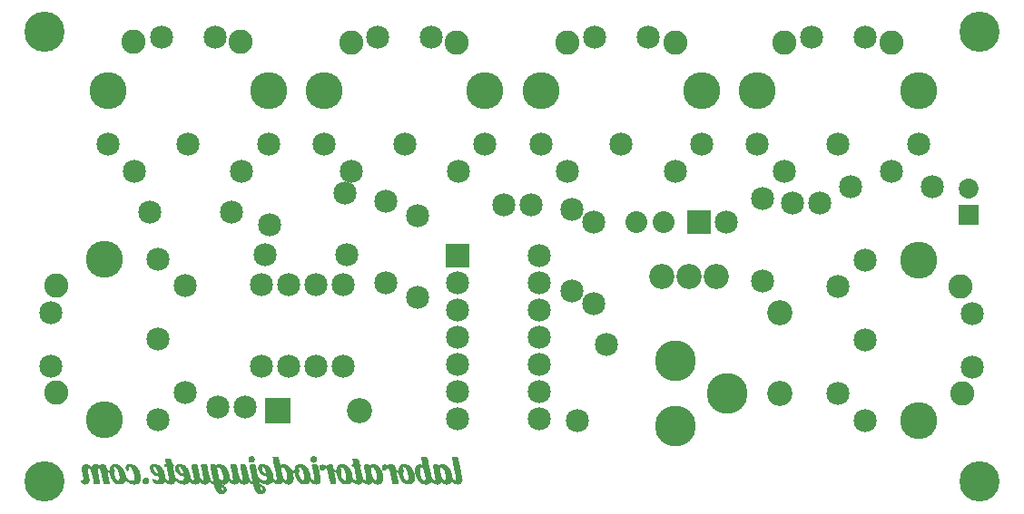
<source format=gbs>
G04 MADE WITH FRITZING*
G04 WWW.FRITZING.ORG*
G04 DOUBLE SIDED*
G04 HOLES PLATED*
G04 CONTOUR ON CENTER OF CONTOUR VECTOR*
%ASAXBY*%
%FSLAX23Y23*%
%MOIN*%
%OFA0B0*%
%SFA1.0B1.0*%
%ADD10C,0.080000*%
%ADD11C,0.085000*%
%ADD12C,0.136000*%
%ADD13C,0.092000*%
%ADD14C,0.150000*%
%ADD15C,0.072992*%
%ADD16C,0.147795*%
%ADD17C,0.088740*%
%ADD18R,0.092000X0.092000*%
%ADD19R,0.085000X0.085000*%
%ADD20R,0.072992X0.072992*%
%ADD21C,0.030000*%
%ADD22R,0.001000X0.001000*%
%LNMASK0*%
G90*
G70*
G54D10*
X2271Y1050D03*
X2371Y1050D03*
G54D11*
X2511Y1337D03*
X2413Y1239D03*
X2216Y1337D03*
X2019Y1239D03*
X1921Y1337D03*
X2314Y1731D03*
G54D12*
X1921Y1534D03*
X2511Y1534D03*
G54D11*
X2118Y1731D03*
X921Y1337D03*
X822Y1239D03*
X626Y1337D03*
X429Y1239D03*
X330Y1337D03*
X724Y1731D03*
G54D12*
X330Y1534D03*
X921Y1534D03*
G54D11*
X527Y1731D03*
X3307Y1337D03*
X3208Y1239D03*
X3011Y1337D03*
X2814Y1239D03*
X2716Y1337D03*
X3110Y1731D03*
G54D12*
X2716Y1534D03*
X3307Y1534D03*
G54D11*
X2913Y1731D03*
X1716Y1337D03*
X1618Y1239D03*
X1421Y1337D03*
X1224Y1239D03*
X1126Y1337D03*
X1519Y1731D03*
G54D12*
X1126Y1534D03*
X1716Y1534D03*
G54D11*
X1322Y1731D03*
X3358Y1181D03*
X3058Y1181D03*
X2736Y1137D03*
X2736Y836D03*
X2161Y601D03*
X2055Y320D03*
X2846Y1121D03*
X2946Y1121D03*
X2114Y1050D03*
X2114Y750D03*
X925Y1042D03*
X1201Y1159D03*
X1784Y1114D03*
X1884Y1114D03*
X2035Y1097D03*
X2035Y797D03*
X1468Y1074D03*
X1468Y774D03*
X484Y1089D03*
X784Y1089D03*
X1350Y1129D03*
X1350Y829D03*
X909Y932D03*
X1209Y932D03*
G54D13*
X956Y357D03*
X1254Y357D03*
G54D11*
X3110Y322D03*
X3011Y420D03*
X3110Y617D03*
X3011Y814D03*
X3110Y912D03*
X3503Y518D03*
G54D12*
X3307Y912D03*
X3307Y322D03*
G54D11*
X3503Y715D03*
X515Y916D03*
X614Y818D03*
X515Y621D03*
X614Y424D03*
X515Y325D03*
X122Y719D03*
G54D12*
X318Y325D03*
X318Y916D03*
G54D11*
X122Y522D03*
X896Y522D03*
X896Y822D03*
X996Y522D03*
X996Y822D03*
X1096Y522D03*
X1096Y822D03*
X1196Y522D03*
X1196Y822D03*
X736Y373D03*
X836Y373D03*
X1613Y927D03*
X1913Y927D03*
X1613Y827D03*
X1913Y827D03*
X1613Y727D03*
X1913Y727D03*
X1613Y627D03*
X1913Y627D03*
X1613Y527D03*
X1913Y527D03*
X1613Y427D03*
X1913Y427D03*
X1613Y327D03*
X1913Y327D03*
G54D14*
X2413Y542D03*
X2413Y302D03*
X2603Y422D03*
G54D13*
X2563Y853D03*
X2463Y853D03*
X2363Y853D03*
G54D11*
X2500Y1050D03*
X2600Y1050D03*
G54D13*
X2799Y719D03*
X2799Y421D03*
G54D15*
X3492Y1077D03*
X3492Y1176D03*
G54D16*
X3531Y1751D03*
X3531Y97D03*
X98Y97D03*
X98Y1751D03*
G54D17*
X141Y424D03*
X141Y818D03*
X3468Y420D03*
X3460Y814D03*
X1610Y1711D03*
X818Y1715D03*
X425Y1715D03*
X1224Y1711D03*
X2019Y1711D03*
X2413Y1711D03*
X2814Y1711D03*
X3208Y1711D03*
G54D18*
X955Y357D03*
G54D19*
X1613Y927D03*
X2500Y1050D03*
G54D20*
X3492Y1077D03*
G54D21*
G36*
X868Y550D02*
X923Y550D01*
X923Y495D01*
X868Y495D01*
X868Y550D01*
G37*
D02*
G36*
X2532Y822D02*
X2532Y884D01*
X2594Y884D01*
X2594Y822D01*
X2532Y822D01*
G37*
D02*
G36*
X2830Y689D02*
X2768Y689D01*
X2768Y751D01*
X2830Y751D01*
X2830Y689D01*
G37*
D02*
G54D22*
X856Y191D02*
X860Y191D01*
X1086Y191D02*
X1087Y191D01*
X854Y190D02*
X863Y190D01*
X1083Y190D02*
X1091Y190D01*
X852Y189D02*
X864Y189D01*
X938Y189D02*
X939Y189D01*
X1081Y189D02*
X1093Y189D01*
X851Y188D02*
X865Y188D01*
X937Y188D02*
X946Y188D01*
X1080Y188D02*
X1094Y188D01*
X1483Y188D02*
X1491Y188D01*
X1596Y188D02*
X1603Y188D01*
X850Y187D02*
X866Y187D01*
X936Y187D02*
X952Y187D01*
X1079Y187D02*
X1095Y187D01*
X1482Y187D02*
X1498Y187D01*
X1595Y187D02*
X1611Y187D01*
X849Y186D02*
X867Y186D01*
X936Y186D02*
X956Y186D01*
X1078Y186D02*
X1096Y186D01*
X1482Y186D02*
X1502Y186D01*
X1595Y186D02*
X1615Y186D01*
X848Y185D02*
X868Y185D01*
X936Y185D02*
X957Y185D01*
X1077Y185D02*
X1097Y185D01*
X1482Y185D02*
X1503Y185D01*
X1595Y185D02*
X1616Y185D01*
X848Y184D02*
X868Y184D01*
X936Y184D02*
X958Y184D01*
X1076Y184D02*
X1097Y184D01*
X1482Y184D02*
X1504Y184D01*
X1595Y184D02*
X1616Y184D01*
X847Y183D02*
X869Y183D01*
X937Y183D02*
X958Y183D01*
X1076Y183D02*
X1098Y183D01*
X1482Y183D02*
X1504Y183D01*
X1595Y183D02*
X1617Y183D01*
X542Y182D02*
X551Y182D01*
X847Y182D02*
X869Y182D01*
X937Y182D02*
X958Y182D01*
X1075Y182D02*
X1098Y182D01*
X1231Y182D02*
X1239Y182D01*
X1482Y182D02*
X1504Y182D01*
X1595Y182D02*
X1617Y182D01*
X541Y181D02*
X557Y181D01*
X847Y181D02*
X870Y181D01*
X937Y181D02*
X959Y181D01*
X1075Y181D02*
X1098Y181D01*
X1230Y181D02*
X1245Y181D01*
X1482Y181D02*
X1504Y181D01*
X1595Y181D02*
X1617Y181D01*
X541Y180D02*
X561Y180D01*
X847Y180D02*
X870Y180D01*
X937Y180D02*
X959Y180D01*
X1075Y180D02*
X1099Y180D01*
X1230Y180D02*
X1248Y180D01*
X1483Y180D02*
X1505Y180D01*
X1596Y180D02*
X1617Y180D01*
X541Y179D02*
X563Y179D01*
X846Y179D02*
X870Y179D01*
X937Y179D02*
X959Y179D01*
X1075Y179D02*
X1099Y179D01*
X1230Y179D02*
X1250Y179D01*
X1483Y179D02*
X1505Y179D01*
X1596Y179D02*
X1618Y179D01*
X541Y178D02*
X563Y178D01*
X846Y178D02*
X870Y178D01*
X937Y178D02*
X959Y178D01*
X1075Y178D02*
X1099Y178D01*
X1230Y178D02*
X1251Y178D01*
X1483Y178D02*
X1505Y178D01*
X1596Y178D02*
X1618Y178D01*
X542Y177D02*
X564Y177D01*
X847Y177D02*
X870Y177D01*
X938Y177D02*
X960Y177D01*
X1075Y177D02*
X1099Y177D01*
X1230Y177D02*
X1252Y177D01*
X1483Y177D02*
X1505Y177D01*
X1596Y177D02*
X1618Y177D01*
X542Y176D02*
X564Y176D01*
X847Y176D02*
X870Y176D01*
X938Y176D02*
X960Y176D01*
X1075Y176D02*
X1099Y176D01*
X1230Y176D02*
X1252Y176D01*
X1483Y176D02*
X1506Y176D01*
X1596Y176D02*
X1618Y176D01*
X542Y175D02*
X564Y175D01*
X847Y175D02*
X870Y175D01*
X938Y175D02*
X960Y175D01*
X1075Y175D02*
X1098Y175D01*
X1230Y175D02*
X1252Y175D01*
X1484Y175D02*
X1506Y175D01*
X1596Y175D02*
X1619Y175D01*
X542Y174D02*
X565Y174D01*
X847Y174D02*
X869Y174D01*
X938Y174D02*
X960Y174D01*
X1076Y174D02*
X1098Y174D01*
X1230Y174D02*
X1252Y174D01*
X1484Y174D02*
X1506Y174D01*
X1597Y174D02*
X1619Y174D01*
X542Y173D02*
X565Y173D01*
X848Y173D02*
X869Y173D01*
X938Y173D02*
X961Y173D01*
X1076Y173D02*
X1097Y173D01*
X1231Y173D02*
X1253Y173D01*
X1484Y173D02*
X1506Y173D01*
X1597Y173D02*
X1619Y173D01*
X543Y172D02*
X565Y172D01*
X848Y172D02*
X869Y172D01*
X938Y172D02*
X961Y172D01*
X1077Y172D02*
X1097Y172D01*
X1231Y172D02*
X1253Y172D01*
X1484Y172D02*
X1506Y172D01*
X1597Y172D02*
X1619Y172D01*
X543Y171D02*
X565Y171D01*
X849Y171D02*
X868Y171D01*
X939Y171D02*
X961Y171D01*
X1078Y171D02*
X1096Y171D01*
X1231Y171D02*
X1253Y171D01*
X1484Y171D02*
X1507Y171D01*
X1597Y171D02*
X1619Y171D01*
X543Y170D02*
X565Y170D01*
X850Y170D02*
X867Y170D01*
X939Y170D02*
X961Y170D01*
X1078Y170D02*
X1095Y170D01*
X1231Y170D02*
X1254Y170D01*
X1484Y170D02*
X1507Y170D01*
X1597Y170D02*
X1620Y170D01*
X543Y169D02*
X566Y169D01*
X851Y169D02*
X866Y169D01*
X939Y169D02*
X961Y169D01*
X1079Y169D02*
X1094Y169D01*
X1231Y169D02*
X1254Y169D01*
X1485Y169D02*
X1507Y169D01*
X1598Y169D02*
X1620Y169D01*
X543Y168D02*
X566Y168D01*
X852Y168D02*
X865Y168D01*
X939Y168D02*
X962Y168D01*
X1081Y168D02*
X1093Y168D01*
X1231Y168D02*
X1254Y168D01*
X1485Y168D02*
X1507Y168D01*
X1598Y168D02*
X1620Y168D01*
X543Y167D02*
X566Y167D01*
X854Y167D02*
X863Y167D01*
X940Y167D02*
X962Y167D01*
X1083Y167D02*
X1091Y167D01*
X1232Y167D02*
X1254Y167D01*
X1485Y167D02*
X1508Y167D01*
X1598Y167D02*
X1620Y167D01*
X544Y166D02*
X566Y166D01*
X859Y166D02*
X859Y166D01*
X940Y166D02*
X962Y166D01*
X1085Y166D02*
X1089Y166D01*
X1232Y166D02*
X1254Y166D01*
X1485Y166D02*
X1508Y166D01*
X1598Y166D02*
X1620Y166D01*
X544Y165D02*
X567Y165D01*
X940Y165D02*
X962Y165D01*
X1232Y165D02*
X1255Y165D01*
X1485Y165D02*
X1508Y165D01*
X1598Y165D02*
X1621Y165D01*
X544Y164D02*
X567Y164D01*
X940Y164D02*
X963Y164D01*
X1232Y164D02*
X1255Y164D01*
X1486Y164D02*
X1508Y164D01*
X1599Y164D02*
X1621Y164D01*
X544Y163D02*
X567Y163D01*
X940Y163D02*
X963Y163D01*
X1232Y163D02*
X1255Y163D01*
X1486Y163D02*
X1508Y163D01*
X1599Y163D02*
X1621Y163D01*
X544Y162D02*
X568Y162D01*
X941Y162D02*
X963Y162D01*
X1232Y162D02*
X1256Y162D01*
X1486Y162D02*
X1509Y162D01*
X1599Y162D02*
X1621Y162D01*
X249Y161D02*
X253Y161D01*
X283Y161D02*
X289Y161D01*
X353Y161D02*
X363Y161D01*
X407Y161D02*
X418Y161D01*
X495Y161D02*
X508Y161D01*
X544Y161D02*
X569Y161D01*
X589Y161D02*
X601Y161D01*
X736Y161D02*
X743Y161D01*
X893Y161D02*
X905Y161D01*
X941Y161D02*
X963Y161D01*
X972Y161D02*
X979Y161D01*
X1031Y161D02*
X1042Y161D01*
X1185Y161D02*
X1196Y161D01*
X1232Y161D02*
X1256Y161D01*
X1414Y161D02*
X1424Y161D01*
X1475Y161D02*
X1477Y161D01*
X1486Y161D02*
X1509Y161D01*
X1554Y161D02*
X1561Y161D01*
X1599Y161D02*
X1622Y161D01*
X245Y160D02*
X257Y160D01*
X279Y160D02*
X293Y160D01*
X304Y160D02*
X317Y160D01*
X350Y160D02*
X367Y160D01*
X403Y160D02*
X422Y160D01*
X493Y160D02*
X512Y160D01*
X540Y160D02*
X570Y160D01*
X585Y160D02*
X605Y160D01*
X641Y160D02*
X656Y160D01*
X676Y160D02*
X693Y160D01*
X710Y160D02*
X724Y160D01*
X733Y160D02*
X748Y160D01*
X781Y160D02*
X800Y160D01*
X820Y160D02*
X835Y160D01*
X854Y160D02*
X872Y160D01*
X890Y160D02*
X909Y160D01*
X941Y160D02*
X964Y160D01*
X969Y160D02*
X983Y160D01*
X1027Y160D02*
X1046Y160D01*
X1083Y160D02*
X1098Y160D01*
X1118Y160D02*
X1121Y160D01*
X1141Y160D02*
X1155Y160D01*
X1181Y160D02*
X1200Y160D01*
X1228Y160D02*
X1258Y160D01*
X1274Y160D02*
X1289Y160D01*
X1298Y160D02*
X1313Y160D01*
X1345Y160D02*
X1350Y160D01*
X1362Y160D02*
X1378Y160D01*
X1410Y160D02*
X1428Y160D01*
X1471Y160D02*
X1482Y160D01*
X1486Y160D02*
X1509Y160D01*
X1528Y160D02*
X1542Y160D01*
X1551Y160D02*
X1566Y160D01*
X1599Y160D02*
X1622Y160D01*
X243Y159D02*
X260Y159D01*
X277Y159D02*
X295Y159D01*
X302Y159D02*
X323Y159D01*
X347Y159D02*
X370Y159D01*
X402Y159D02*
X425Y159D01*
X492Y159D02*
X515Y159D01*
X538Y159D02*
X571Y159D01*
X584Y159D02*
X607Y159D01*
X638Y159D02*
X658Y159D01*
X673Y159D02*
X694Y159D01*
X707Y159D02*
X727Y159D01*
X731Y159D02*
X751Y159D01*
X781Y159D02*
X802Y159D01*
X817Y159D02*
X837Y159D01*
X851Y159D02*
X872Y159D01*
X888Y159D02*
X912Y159D01*
X941Y159D02*
X964Y159D01*
X967Y159D02*
X986Y159D01*
X1026Y159D02*
X1049Y159D01*
X1080Y159D02*
X1101Y159D01*
X1114Y159D02*
X1125Y159D01*
X1135Y159D02*
X1155Y159D01*
X1179Y159D02*
X1202Y159D01*
X1226Y159D02*
X1259Y159D01*
X1271Y159D02*
X1291Y159D01*
X1295Y159D02*
X1316Y159D01*
X1342Y159D02*
X1353Y159D01*
X1362Y159D02*
X1384Y159D01*
X1408Y159D02*
X1431Y159D01*
X1469Y159D02*
X1509Y159D01*
X1525Y159D02*
X1545Y159D01*
X1549Y159D02*
X1569Y159D01*
X1600Y159D02*
X1622Y159D01*
X241Y158D02*
X262Y158D01*
X276Y158D02*
X297Y158D01*
X302Y158D02*
X323Y158D01*
X346Y158D02*
X372Y158D01*
X400Y158D02*
X427Y158D01*
X490Y158D02*
X517Y158D01*
X538Y158D02*
X572Y158D01*
X582Y158D02*
X609Y158D01*
X638Y158D02*
X659Y158D01*
X673Y158D02*
X694Y158D01*
X707Y158D02*
X753Y158D01*
X782Y158D02*
X803Y158D01*
X817Y158D02*
X838Y158D01*
X851Y158D02*
X872Y158D01*
X887Y158D02*
X914Y158D01*
X941Y158D02*
X988Y158D01*
X1024Y158D02*
X1051Y158D01*
X1080Y158D02*
X1102Y158D01*
X1112Y158D02*
X1128Y158D01*
X1134Y158D02*
X1156Y158D01*
X1178Y158D02*
X1205Y158D01*
X1226Y158D02*
X1260Y158D01*
X1271Y158D02*
X1292Y158D01*
X1294Y158D02*
X1318Y158D01*
X1341Y158D02*
X1356Y158D01*
X1362Y158D02*
X1384Y158D01*
X1407Y158D02*
X1433Y158D01*
X1468Y158D02*
X1509Y158D01*
X1524Y158D02*
X1571Y158D01*
X1600Y158D02*
X1622Y158D01*
X240Y157D02*
X264Y157D01*
X275Y157D02*
X299Y157D01*
X301Y157D02*
X323Y157D01*
X345Y157D02*
X374Y157D01*
X399Y157D02*
X429Y157D01*
X489Y157D02*
X519Y157D01*
X538Y157D02*
X573Y157D01*
X581Y157D02*
X611Y157D01*
X638Y157D02*
X659Y157D01*
X673Y157D02*
X695Y157D01*
X707Y157D02*
X755Y157D01*
X782Y157D02*
X803Y157D01*
X817Y157D02*
X839Y157D01*
X851Y157D02*
X873Y157D01*
X886Y157D02*
X916Y157D01*
X942Y157D02*
X990Y157D01*
X1023Y157D02*
X1053Y157D01*
X1080Y157D02*
X1102Y157D01*
X1111Y157D02*
X1129Y157D01*
X1134Y157D02*
X1156Y157D01*
X1177Y157D02*
X1206Y157D01*
X1226Y157D02*
X1261Y157D01*
X1271Y157D02*
X1319Y157D01*
X1340Y157D02*
X1358Y157D01*
X1362Y157D02*
X1384Y157D01*
X1405Y157D02*
X1435Y157D01*
X1466Y157D02*
X1510Y157D01*
X1524Y157D02*
X1573Y157D01*
X1600Y157D02*
X1622Y157D01*
X239Y156D02*
X265Y156D01*
X274Y156D02*
X324Y156D01*
X344Y156D02*
X375Y156D01*
X398Y156D02*
X431Y156D01*
X488Y156D02*
X520Y156D01*
X538Y156D02*
X573Y156D01*
X581Y156D02*
X613Y156D01*
X638Y156D02*
X660Y156D01*
X673Y156D02*
X695Y156D01*
X707Y156D02*
X756Y156D01*
X782Y156D02*
X804Y156D01*
X817Y156D02*
X839Y156D01*
X851Y156D02*
X873Y156D01*
X885Y156D02*
X917Y156D01*
X942Y156D02*
X992Y156D01*
X1022Y156D02*
X1054Y156D01*
X1080Y156D02*
X1102Y156D01*
X1110Y156D02*
X1131Y156D01*
X1134Y156D02*
X1156Y156D01*
X1176Y156D02*
X1208Y156D01*
X1226Y156D02*
X1261Y156D01*
X1271Y156D02*
X1321Y156D01*
X1339Y156D02*
X1360Y156D01*
X1362Y156D02*
X1385Y156D01*
X1404Y156D02*
X1436Y156D01*
X1465Y156D02*
X1510Y156D01*
X1524Y156D02*
X1574Y156D01*
X1600Y156D02*
X1623Y156D01*
X238Y155D02*
X266Y155D01*
X273Y155D02*
X324Y155D01*
X343Y155D02*
X377Y155D01*
X398Y155D02*
X432Y155D01*
X488Y155D02*
X521Y155D01*
X538Y155D02*
X573Y155D01*
X580Y155D02*
X614Y155D01*
X638Y155D02*
X660Y155D01*
X673Y155D02*
X695Y155D01*
X707Y155D02*
X758Y155D01*
X782Y155D02*
X804Y155D01*
X817Y155D02*
X839Y155D01*
X851Y155D02*
X873Y155D01*
X885Y155D02*
X919Y155D01*
X942Y155D02*
X993Y155D01*
X1021Y155D02*
X1055Y155D01*
X1080Y155D02*
X1103Y155D01*
X1110Y155D02*
X1156Y155D01*
X1175Y155D02*
X1209Y155D01*
X1226Y155D02*
X1261Y155D01*
X1271Y155D02*
X1322Y155D01*
X1338Y155D02*
X1385Y155D01*
X1404Y155D02*
X1438Y155D01*
X1465Y155D02*
X1510Y155D01*
X1525Y155D02*
X1575Y155D01*
X1600Y155D02*
X1623Y155D01*
X237Y154D02*
X267Y154D01*
X272Y154D02*
X324Y154D01*
X342Y154D02*
X378Y154D01*
X397Y154D02*
X433Y154D01*
X487Y154D02*
X523Y154D01*
X539Y154D02*
X572Y154D01*
X580Y154D02*
X615Y154D01*
X638Y154D02*
X660Y154D01*
X673Y154D02*
X695Y154D01*
X707Y154D02*
X759Y154D01*
X782Y154D02*
X804Y154D01*
X817Y154D02*
X839Y154D01*
X851Y154D02*
X873Y154D01*
X884Y154D02*
X920Y154D01*
X942Y154D02*
X994Y154D01*
X1021Y154D02*
X1057Y154D01*
X1081Y154D02*
X1103Y154D01*
X1109Y154D02*
X1157Y154D01*
X1174Y154D02*
X1210Y154D01*
X1227Y154D02*
X1260Y154D01*
X1271Y154D02*
X1323Y154D01*
X1338Y154D02*
X1385Y154D01*
X1403Y154D02*
X1439Y154D01*
X1464Y154D02*
X1510Y154D01*
X1525Y154D02*
X1577Y154D01*
X1601Y154D02*
X1623Y154D01*
X237Y153D02*
X269Y153D01*
X272Y153D02*
X324Y153D01*
X341Y153D02*
X379Y153D01*
X397Y153D02*
X435Y153D01*
X486Y153D02*
X524Y153D01*
X540Y153D02*
X571Y153D01*
X579Y153D02*
X616Y153D01*
X638Y153D02*
X660Y153D01*
X673Y153D02*
X696Y153D01*
X707Y153D02*
X760Y153D01*
X782Y153D02*
X804Y153D01*
X817Y153D02*
X839Y153D01*
X851Y153D02*
X873Y153D01*
X884Y153D02*
X921Y153D01*
X942Y153D02*
X995Y153D01*
X1020Y153D02*
X1058Y153D01*
X1081Y153D02*
X1103Y153D01*
X1109Y153D02*
X1157Y153D01*
X1174Y153D02*
X1212Y153D01*
X1228Y153D02*
X1259Y153D01*
X1271Y153D02*
X1324Y153D01*
X1337Y153D02*
X1385Y153D01*
X1402Y153D02*
X1440Y153D01*
X1463Y153D02*
X1511Y153D01*
X1525Y153D02*
X1578Y153D01*
X1601Y153D02*
X1623Y153D01*
X236Y152D02*
X325Y152D01*
X341Y152D02*
X380Y152D01*
X397Y152D02*
X436Y152D01*
X486Y152D02*
X525Y152D01*
X544Y152D02*
X570Y152D01*
X579Y152D02*
X618Y152D01*
X638Y152D02*
X661Y152D01*
X674Y152D02*
X696Y152D01*
X708Y152D02*
X761Y152D01*
X782Y152D02*
X805Y152D01*
X817Y152D02*
X840Y152D01*
X851Y152D02*
X874Y152D01*
X884Y152D02*
X922Y152D01*
X943Y152D02*
X996Y152D01*
X1020Y152D02*
X1059Y152D01*
X1081Y152D02*
X1103Y152D01*
X1108Y152D02*
X1157Y152D01*
X1173Y152D02*
X1213Y152D01*
X1232Y152D02*
X1258Y152D01*
X1272Y152D02*
X1325Y152D01*
X1337Y152D02*
X1385Y152D01*
X1402Y152D02*
X1441Y152D01*
X1463Y152D02*
X1511Y152D01*
X1525Y152D02*
X1579Y152D01*
X1601Y152D02*
X1623Y152D01*
X236Y151D02*
X325Y151D01*
X340Y151D02*
X381Y151D01*
X397Y151D02*
X411Y151D01*
X413Y151D02*
X437Y151D01*
X486Y151D02*
X500Y151D01*
X503Y151D02*
X526Y151D01*
X547Y151D02*
X570Y151D01*
X579Y151D02*
X618Y151D01*
X639Y151D02*
X661Y151D01*
X674Y151D02*
X696Y151D01*
X708Y151D02*
X762Y151D01*
X783Y151D02*
X805Y151D01*
X818Y151D02*
X840Y151D01*
X852Y151D02*
X874Y151D01*
X883Y151D02*
X897Y151D01*
X899Y151D02*
X923Y151D01*
X943Y151D02*
X997Y151D01*
X1019Y151D02*
X1060Y151D01*
X1081Y151D02*
X1104Y151D01*
X1108Y151D02*
X1157Y151D01*
X1173Y151D02*
X1214Y151D01*
X1235Y151D02*
X1258Y151D01*
X1272Y151D02*
X1326Y151D01*
X1337Y151D02*
X1386Y151D01*
X1401Y151D02*
X1442Y151D01*
X1462Y151D02*
X1511Y151D01*
X1525Y151D02*
X1580Y151D01*
X1601Y151D02*
X1624Y151D01*
X236Y150D02*
X325Y150D01*
X340Y150D02*
X354Y150D01*
X358Y150D02*
X382Y150D01*
X396Y150D02*
X409Y150D01*
X415Y150D02*
X438Y150D01*
X486Y150D02*
X499Y150D01*
X505Y150D02*
X527Y150D01*
X547Y150D02*
X570Y150D01*
X579Y150D02*
X592Y150D01*
X597Y150D02*
X619Y150D01*
X639Y150D02*
X661Y150D01*
X674Y150D02*
X696Y150D01*
X708Y150D02*
X763Y150D01*
X783Y150D02*
X805Y150D01*
X818Y150D02*
X840Y150D01*
X852Y150D02*
X874Y150D01*
X883Y150D02*
X896Y150D01*
X901Y150D02*
X924Y150D01*
X943Y150D02*
X998Y150D01*
X1019Y150D02*
X1033Y150D01*
X1036Y150D02*
X1061Y150D01*
X1081Y150D02*
X1104Y150D01*
X1108Y150D02*
X1157Y150D01*
X1172Y150D02*
X1187Y150D01*
X1190Y150D02*
X1215Y150D01*
X1235Y150D02*
X1258Y150D01*
X1272Y150D02*
X1327Y150D01*
X1337Y150D02*
X1386Y150D01*
X1401Y150D02*
X1415Y150D01*
X1417Y150D02*
X1443Y150D01*
X1462Y150D02*
X1511Y150D01*
X1526Y150D02*
X1581Y150D01*
X1601Y150D02*
X1624Y150D01*
X236Y149D02*
X325Y149D01*
X340Y149D02*
X353Y149D01*
X360Y149D02*
X383Y149D01*
X396Y149D02*
X409Y149D01*
X416Y149D02*
X438Y149D01*
X486Y149D02*
X499Y149D01*
X506Y149D02*
X528Y149D01*
X547Y149D02*
X570Y149D01*
X578Y149D02*
X591Y149D01*
X598Y149D02*
X620Y149D01*
X639Y149D02*
X661Y149D01*
X674Y149D02*
X696Y149D01*
X708Y149D02*
X734Y149D01*
X739Y149D02*
X764Y149D01*
X783Y149D02*
X805Y149D01*
X818Y149D02*
X840Y149D01*
X852Y149D02*
X874Y149D01*
X883Y149D02*
X896Y149D01*
X903Y149D02*
X925Y149D01*
X943Y149D02*
X969Y149D01*
X974Y149D02*
X999Y149D01*
X1018Y149D02*
X1032Y149D01*
X1038Y149D02*
X1062Y149D01*
X1082Y149D02*
X1104Y149D01*
X1108Y149D02*
X1158Y149D01*
X1172Y149D02*
X1185Y149D01*
X1192Y149D02*
X1216Y149D01*
X1235Y149D02*
X1258Y149D01*
X1272Y149D02*
X1298Y149D01*
X1303Y149D02*
X1328Y149D01*
X1337Y149D02*
X1386Y149D01*
X1401Y149D02*
X1414Y149D01*
X1420Y149D02*
X1444Y149D01*
X1461Y149D02*
X1511Y149D01*
X1526Y149D02*
X1551Y149D01*
X1556Y149D02*
X1582Y149D01*
X1602Y149D02*
X1624Y149D01*
X236Y148D02*
X326Y148D01*
X339Y148D02*
X353Y148D01*
X361Y148D02*
X384Y148D01*
X396Y148D02*
X409Y148D01*
X417Y148D02*
X439Y148D01*
X486Y148D02*
X499Y148D01*
X506Y148D02*
X529Y148D01*
X547Y148D02*
X570Y148D01*
X578Y148D02*
X591Y148D01*
X599Y148D02*
X621Y148D01*
X639Y148D02*
X661Y148D01*
X674Y148D02*
X697Y148D01*
X708Y148D02*
X732Y148D01*
X740Y148D02*
X765Y148D01*
X783Y148D02*
X805Y148D01*
X818Y148D02*
X841Y148D01*
X852Y148D02*
X874Y148D01*
X883Y148D02*
X896Y148D01*
X903Y148D02*
X926Y148D01*
X943Y148D02*
X968Y148D01*
X976Y148D02*
X1000Y148D01*
X1018Y148D02*
X1031Y148D01*
X1039Y148D02*
X1062Y148D01*
X1082Y148D02*
X1104Y148D01*
X1108Y148D02*
X1158Y148D01*
X1172Y148D02*
X1185Y148D01*
X1193Y148D02*
X1216Y148D01*
X1236Y148D02*
X1258Y148D01*
X1272Y148D02*
X1296Y148D01*
X1305Y148D02*
X1329Y148D01*
X1337Y148D02*
X1386Y148D01*
X1400Y148D02*
X1414Y148D01*
X1421Y148D02*
X1445Y148D01*
X1461Y148D02*
X1512Y148D01*
X1526Y148D02*
X1550Y148D01*
X1558Y148D02*
X1582Y148D01*
X1602Y148D02*
X1624Y148D01*
X235Y147D02*
X326Y147D01*
X339Y147D02*
X352Y147D01*
X362Y147D02*
X385Y147D01*
X396Y147D02*
X409Y147D01*
X417Y147D02*
X440Y147D01*
X486Y147D02*
X499Y147D01*
X507Y147D02*
X529Y147D01*
X548Y147D02*
X570Y147D01*
X578Y147D02*
X591Y147D01*
X600Y147D02*
X622Y147D01*
X639Y147D02*
X662Y147D01*
X674Y147D02*
X697Y147D01*
X709Y147D02*
X732Y147D01*
X742Y147D02*
X766Y147D01*
X783Y147D02*
X806Y147D01*
X818Y147D02*
X841Y147D01*
X852Y147D02*
X875Y147D01*
X883Y147D02*
X896Y147D01*
X904Y147D02*
X927Y147D01*
X944Y147D02*
X967Y147D01*
X977Y147D02*
X1001Y147D01*
X1018Y147D02*
X1031Y147D01*
X1040Y147D02*
X1063Y147D01*
X1082Y147D02*
X1105Y147D01*
X1108Y147D02*
X1158Y147D01*
X1172Y147D02*
X1185Y147D01*
X1194Y147D02*
X1217Y147D01*
X1236Y147D02*
X1259Y147D01*
X1273Y147D02*
X1296Y147D01*
X1306Y147D02*
X1330Y147D01*
X1337Y147D02*
X1387Y147D01*
X1400Y147D02*
X1413Y147D01*
X1423Y147D02*
X1446Y147D01*
X1461Y147D02*
X1480Y147D01*
X1487Y147D02*
X1512Y147D01*
X1526Y147D02*
X1550Y147D01*
X1559Y147D02*
X1583Y147D01*
X1602Y147D02*
X1624Y147D01*
X235Y146D02*
X326Y146D01*
X339Y146D02*
X352Y146D01*
X363Y146D02*
X385Y146D01*
X396Y146D02*
X409Y146D01*
X418Y146D02*
X441Y146D01*
X486Y146D02*
X499Y146D01*
X508Y146D02*
X530Y146D01*
X548Y146D02*
X571Y146D01*
X578Y146D02*
X591Y146D01*
X600Y146D02*
X623Y146D01*
X640Y146D02*
X662Y146D01*
X675Y146D02*
X697Y146D01*
X709Y146D02*
X732Y146D01*
X743Y146D02*
X767Y146D01*
X783Y146D02*
X806Y146D01*
X819Y146D02*
X841Y146D01*
X853Y146D02*
X875Y146D01*
X883Y146D02*
X896Y146D01*
X905Y146D02*
X927Y146D01*
X944Y146D02*
X967Y146D01*
X978Y146D02*
X1002Y146D01*
X1017Y146D02*
X1030Y146D01*
X1041Y146D02*
X1064Y146D01*
X1082Y146D02*
X1105Y146D01*
X1108Y146D02*
X1158Y146D01*
X1171Y146D02*
X1185Y146D01*
X1195Y146D02*
X1218Y146D01*
X1236Y146D02*
X1259Y146D01*
X1273Y146D02*
X1296Y146D01*
X1307Y146D02*
X1330Y146D01*
X1337Y146D02*
X1387Y146D01*
X1400Y146D02*
X1413Y146D01*
X1424Y146D02*
X1447Y146D01*
X1460Y146D02*
X1479Y146D01*
X1489Y146D02*
X1512Y146D01*
X1526Y146D02*
X1550Y146D01*
X1560Y146D02*
X1584Y146D01*
X1602Y146D02*
X1625Y146D01*
X235Y145D02*
X259Y145D01*
X263Y145D02*
X294Y145D01*
X298Y145D02*
X326Y145D01*
X339Y145D02*
X352Y145D01*
X364Y145D02*
X386Y145D01*
X396Y145D02*
X409Y145D01*
X419Y145D02*
X441Y145D01*
X486Y145D02*
X499Y145D01*
X508Y145D02*
X531Y145D01*
X548Y145D02*
X571Y145D01*
X578Y145D02*
X591Y145D01*
X601Y145D02*
X623Y145D01*
X640Y145D02*
X662Y145D01*
X675Y145D02*
X697Y145D01*
X709Y145D02*
X732Y145D01*
X744Y145D02*
X767Y145D01*
X784Y145D02*
X806Y145D01*
X819Y145D02*
X841Y145D01*
X853Y145D02*
X875Y145D01*
X883Y145D02*
X896Y145D01*
X906Y145D02*
X928Y145D01*
X944Y145D02*
X967Y145D01*
X979Y145D02*
X1003Y145D01*
X1017Y145D02*
X1031Y145D01*
X1042Y145D02*
X1064Y145D01*
X1083Y145D02*
X1105Y145D01*
X1109Y145D02*
X1127Y145D01*
X1131Y145D02*
X1159Y145D01*
X1171Y145D02*
X1185Y145D01*
X1196Y145D02*
X1219Y145D01*
X1236Y145D02*
X1259Y145D01*
X1273Y145D02*
X1296Y145D01*
X1308Y145D02*
X1331Y145D01*
X1337Y145D02*
X1356Y145D01*
X1360Y145D02*
X1387Y145D01*
X1400Y145D02*
X1414Y145D01*
X1424Y145D02*
X1447Y145D01*
X1460Y145D02*
X1478Y145D01*
X1490Y145D02*
X1512Y145D01*
X1527Y145D02*
X1550Y145D01*
X1561Y145D02*
X1585Y145D01*
X1602Y145D02*
X1625Y145D01*
X235Y144D02*
X258Y144D01*
X264Y144D02*
X293Y144D01*
X300Y144D02*
X327Y144D01*
X339Y144D02*
X353Y144D01*
X364Y144D02*
X387Y144D01*
X396Y144D02*
X409Y144D01*
X419Y144D02*
X442Y144D01*
X486Y144D02*
X499Y144D01*
X509Y144D02*
X531Y144D01*
X548Y144D02*
X571Y144D01*
X578Y144D02*
X591Y144D01*
X602Y144D02*
X624Y144D01*
X640Y144D02*
X662Y144D01*
X675Y144D02*
X697Y144D01*
X709Y144D02*
X732Y144D01*
X745Y144D02*
X768Y144D01*
X784Y144D02*
X806Y144D01*
X819Y144D02*
X841Y144D01*
X853Y144D02*
X875Y144D01*
X883Y144D02*
X896Y144D01*
X906Y144D02*
X928Y144D01*
X944Y144D02*
X967Y144D01*
X980Y144D02*
X1004Y144D01*
X1017Y144D02*
X1031Y144D01*
X1043Y144D02*
X1065Y144D01*
X1083Y144D02*
X1105Y144D01*
X1109Y144D02*
X1126Y144D01*
X1133Y144D02*
X1159Y144D01*
X1171Y144D02*
X1185Y144D01*
X1197Y144D02*
X1219Y144D01*
X1237Y144D02*
X1259Y144D01*
X1273Y144D02*
X1296Y144D01*
X1309Y144D02*
X1332Y144D01*
X1338Y144D02*
X1355Y144D01*
X1362Y144D02*
X1387Y144D01*
X1400Y144D02*
X1414Y144D01*
X1425Y144D02*
X1448Y144D01*
X1460Y144D02*
X1477Y144D01*
X1490Y144D02*
X1513Y144D01*
X1527Y144D02*
X1550Y144D01*
X1562Y144D02*
X1585Y144D01*
X1603Y144D02*
X1625Y144D01*
X235Y143D02*
X258Y143D01*
X266Y143D02*
X293Y143D01*
X301Y143D02*
X327Y143D01*
X338Y143D02*
X353Y143D01*
X365Y143D02*
X387Y143D01*
X397Y143D02*
X409Y143D01*
X420Y143D02*
X442Y143D01*
X486Y143D02*
X499Y143D01*
X510Y143D02*
X532Y143D01*
X549Y143D02*
X571Y143D01*
X578Y143D02*
X592Y143D01*
X602Y143D02*
X624Y143D01*
X640Y143D02*
X663Y143D01*
X675Y143D02*
X698Y143D01*
X709Y143D02*
X732Y143D01*
X745Y143D02*
X769Y143D01*
X784Y143D02*
X806Y143D01*
X819Y143D02*
X842Y143D01*
X853Y143D02*
X876Y143D01*
X883Y143D02*
X896Y143D01*
X907Y143D02*
X929Y143D01*
X944Y143D02*
X967Y143D01*
X981Y143D02*
X1005Y143D01*
X1017Y143D02*
X1032Y143D01*
X1043Y143D02*
X1066Y143D01*
X1083Y143D02*
X1105Y143D01*
X1109Y143D02*
X1126Y143D01*
X1135Y143D02*
X1160Y143D01*
X1171Y143D02*
X1186Y143D01*
X1197Y143D02*
X1220Y143D01*
X1237Y143D02*
X1259Y143D01*
X1273Y143D02*
X1296Y143D01*
X1309Y143D02*
X1332Y143D01*
X1338Y143D02*
X1354Y143D01*
X1363Y143D02*
X1388Y143D01*
X1399Y143D02*
X1414Y143D01*
X1426Y143D02*
X1449Y143D01*
X1460Y143D02*
X1477Y143D01*
X1490Y143D02*
X1513Y143D01*
X1527Y143D02*
X1550Y143D01*
X1563Y143D02*
X1586Y143D01*
X1603Y143D02*
X1625Y143D01*
X235Y142D02*
X257Y142D01*
X267Y142D02*
X293Y142D01*
X302Y142D02*
X327Y142D01*
X338Y142D02*
X354Y142D01*
X366Y142D02*
X388Y142D01*
X397Y142D02*
X409Y142D01*
X421Y142D02*
X443Y142D01*
X486Y142D02*
X499Y142D01*
X510Y142D02*
X533Y142D01*
X549Y142D02*
X571Y142D01*
X579Y142D02*
X592Y142D01*
X603Y142D02*
X625Y142D01*
X640Y142D02*
X663Y142D01*
X675Y142D02*
X698Y142D01*
X710Y142D02*
X732Y142D01*
X746Y142D02*
X769Y142D01*
X784Y142D02*
X807Y142D01*
X819Y142D02*
X842Y142D01*
X853Y142D02*
X876Y142D01*
X883Y142D02*
X896Y142D01*
X907Y142D02*
X930Y142D01*
X945Y142D02*
X968Y142D01*
X981Y142D02*
X1006Y142D01*
X1017Y142D02*
X1032Y142D01*
X1044Y142D02*
X1066Y142D01*
X1083Y142D02*
X1106Y142D01*
X1110Y142D02*
X1125Y142D01*
X1136Y142D02*
X1160Y142D01*
X1170Y142D02*
X1186Y142D01*
X1198Y142D02*
X1220Y142D01*
X1237Y142D02*
X1260Y142D01*
X1274Y142D02*
X1296Y142D01*
X1310Y142D02*
X1333Y142D01*
X1339Y142D02*
X1354Y142D01*
X1364Y142D02*
X1388Y142D01*
X1399Y142D02*
X1415Y142D01*
X1426Y142D02*
X1449Y142D01*
X1460Y142D02*
X1476Y142D01*
X1491Y142D02*
X1513Y142D01*
X1527Y142D02*
X1550Y142D01*
X1564Y142D02*
X1587Y142D01*
X1603Y142D02*
X1625Y142D01*
X236Y141D02*
X257Y141D01*
X267Y141D02*
X293Y141D01*
X302Y141D02*
X328Y141D01*
X338Y141D02*
X354Y141D01*
X366Y141D02*
X389Y141D01*
X397Y141D02*
X409Y141D01*
X421Y141D02*
X443Y141D01*
X486Y141D02*
X500Y141D01*
X511Y141D02*
X533Y141D01*
X549Y141D02*
X572Y141D01*
X579Y141D02*
X592Y141D01*
X603Y141D02*
X626Y141D01*
X641Y141D02*
X663Y141D01*
X676Y141D02*
X698Y141D01*
X710Y141D02*
X732Y141D01*
X747Y141D02*
X770Y141D01*
X784Y141D02*
X807Y141D01*
X820Y141D02*
X842Y141D01*
X854Y141D02*
X876Y141D01*
X883Y141D02*
X897Y141D01*
X908Y141D02*
X930Y141D01*
X945Y141D02*
X968Y141D01*
X982Y141D02*
X1007Y141D01*
X1017Y141D02*
X1033Y141D01*
X1045Y141D02*
X1067Y141D01*
X1083Y141D02*
X1106Y141D01*
X1111Y141D02*
X1125Y141D01*
X1136Y141D02*
X1161Y141D01*
X1170Y141D02*
X1187Y141D01*
X1199Y141D02*
X1221Y141D01*
X1237Y141D02*
X1260Y141D01*
X1274Y141D02*
X1296Y141D01*
X1311Y141D02*
X1333Y141D01*
X1340Y141D02*
X1353Y141D01*
X1365Y141D02*
X1389Y141D01*
X1399Y141D02*
X1415Y141D01*
X1427Y141D02*
X1450Y141D01*
X1459Y141D02*
X1476Y141D01*
X1491Y141D02*
X1513Y141D01*
X1527Y141D02*
X1550Y141D01*
X1564Y141D02*
X1587Y141D01*
X1603Y141D02*
X1626Y141D01*
X236Y140D02*
X257Y140D01*
X268Y140D02*
X293Y140D01*
X303Y140D02*
X331Y140D01*
X337Y140D02*
X355Y140D01*
X367Y140D02*
X389Y140D01*
X398Y140D02*
X409Y140D01*
X422Y140D02*
X444Y140D01*
X487Y140D02*
X500Y140D01*
X511Y140D02*
X534Y140D01*
X549Y140D02*
X572Y140D01*
X579Y140D02*
X593Y140D01*
X604Y140D02*
X626Y140D01*
X641Y140D02*
X663Y140D01*
X676Y140D02*
X698Y140D01*
X710Y140D02*
X733Y140D01*
X747Y140D02*
X770Y140D01*
X785Y140D02*
X807Y140D01*
X820Y140D02*
X842Y140D01*
X854Y140D02*
X876Y140D01*
X884Y140D02*
X897Y140D01*
X908Y140D02*
X931Y140D01*
X945Y140D02*
X968Y140D01*
X982Y140D02*
X1009Y140D01*
X1016Y140D02*
X1033Y140D01*
X1045Y140D02*
X1067Y140D01*
X1084Y140D02*
X1106Y140D01*
X1112Y140D02*
X1124Y140D01*
X1136Y140D02*
X1163Y140D01*
X1170Y140D02*
X1187Y140D01*
X1199Y140D02*
X1222Y140D01*
X1237Y140D02*
X1260Y140D01*
X1274Y140D02*
X1297Y140D01*
X1311Y140D02*
X1334Y140D01*
X1340Y140D02*
X1352Y140D01*
X1365Y140D02*
X1392Y140D01*
X1398Y140D02*
X1416Y140D01*
X1428Y140D02*
X1450Y140D01*
X1459Y140D02*
X1476Y140D01*
X1491Y140D02*
X1513Y140D01*
X1528Y140D02*
X1550Y140D01*
X1565Y140D02*
X1588Y140D01*
X1603Y140D02*
X1626Y140D01*
X236Y139D02*
X257Y139D01*
X268Y139D02*
X293Y139D01*
X304Y139D02*
X355Y139D01*
X367Y139D02*
X390Y139D01*
X398Y139D02*
X409Y139D01*
X422Y139D02*
X444Y139D01*
X487Y139D02*
X500Y139D01*
X512Y139D02*
X534Y139D01*
X549Y139D02*
X572Y139D01*
X579Y139D02*
X593Y139D01*
X604Y139D02*
X627Y139D01*
X641Y139D02*
X663Y139D01*
X676Y139D02*
X698Y139D01*
X710Y139D02*
X733Y139D01*
X748Y139D02*
X771Y139D01*
X785Y139D02*
X807Y139D01*
X820Y139D02*
X842Y139D01*
X854Y139D02*
X876Y139D01*
X884Y139D02*
X897Y139D01*
X909Y139D02*
X931Y139D01*
X945Y139D02*
X968Y139D01*
X983Y139D02*
X1034Y139D01*
X1046Y139D02*
X1068Y139D01*
X1084Y139D02*
X1106Y139D01*
X1113Y139D02*
X1123Y139D01*
X1137Y139D02*
X1188Y139D01*
X1200Y139D02*
X1222Y139D01*
X1238Y139D02*
X1260Y139D01*
X1274Y139D02*
X1297Y139D01*
X1312Y139D02*
X1334Y139D01*
X1342Y139D02*
X1352Y139D01*
X1366Y139D02*
X1416Y139D01*
X1428Y139D02*
X1451Y139D01*
X1459Y139D02*
X1476Y139D01*
X1491Y139D02*
X1514Y139D01*
X1528Y139D02*
X1550Y139D01*
X1566Y139D02*
X1588Y139D01*
X1604Y139D02*
X1626Y139D01*
X236Y138D02*
X257Y138D01*
X269Y138D02*
X293Y138D01*
X304Y138D02*
X355Y138D01*
X368Y138D02*
X390Y138D01*
X399Y138D02*
X408Y138D01*
X422Y138D02*
X445Y138D01*
X487Y138D02*
X501Y138D01*
X512Y138D02*
X535Y138D01*
X550Y138D02*
X572Y138D01*
X580Y138D02*
X593Y138D01*
X605Y138D02*
X627Y138D01*
X641Y138D02*
X664Y138D01*
X676Y138D02*
X699Y138D01*
X710Y138D02*
X733Y138D01*
X748Y138D02*
X771Y138D01*
X785Y138D02*
X808Y138D01*
X820Y138D02*
X843Y138D01*
X854Y138D02*
X877Y138D01*
X884Y138D02*
X898Y138D01*
X909Y138D02*
X931Y138D01*
X945Y138D02*
X968Y138D01*
X983Y138D02*
X1034Y138D01*
X1046Y138D02*
X1068Y138D01*
X1084Y138D02*
X1106Y138D01*
X1114Y138D02*
X1121Y138D01*
X1137Y138D02*
X1188Y138D01*
X1200Y138D02*
X1222Y138D01*
X1238Y138D02*
X1260Y138D01*
X1274Y138D02*
X1297Y138D01*
X1313Y138D02*
X1335Y138D01*
X1343Y138D02*
X1350Y138D01*
X1366Y138D02*
X1416Y138D01*
X1429Y138D02*
X1451Y138D01*
X1459Y138D02*
X1476Y138D01*
X1491Y138D02*
X1514Y138D01*
X1528Y138D02*
X1551Y138D01*
X1566Y138D02*
X1589Y138D01*
X1604Y138D02*
X1626Y138D01*
X236Y137D02*
X257Y137D01*
X269Y137D02*
X293Y137D01*
X304Y137D02*
X355Y137D01*
X368Y137D02*
X391Y137D01*
X401Y137D02*
X407Y137D01*
X423Y137D02*
X445Y137D01*
X488Y137D02*
X501Y137D01*
X513Y137D02*
X535Y137D01*
X550Y137D02*
X572Y137D01*
X580Y137D02*
X594Y137D01*
X605Y137D02*
X628Y137D01*
X641Y137D02*
X664Y137D01*
X676Y137D02*
X699Y137D01*
X711Y137D02*
X733Y137D01*
X749Y137D02*
X772Y137D01*
X785Y137D02*
X808Y137D01*
X820Y137D02*
X843Y137D01*
X854Y137D02*
X877Y137D01*
X885Y137D02*
X898Y137D01*
X910Y137D02*
X932Y137D01*
X946Y137D02*
X968Y137D01*
X984Y137D02*
X1034Y137D01*
X1046Y137D02*
X1069Y137D01*
X1084Y137D02*
X1107Y137D01*
X1117Y137D02*
X1119Y137D01*
X1137Y137D02*
X1188Y137D01*
X1200Y137D02*
X1223Y137D01*
X1238Y137D02*
X1261Y137D01*
X1275Y137D02*
X1297Y137D01*
X1313Y137D02*
X1335Y137D01*
X1366Y137D02*
X1416Y137D01*
X1429Y137D02*
X1452Y137D01*
X1459Y137D02*
X1476Y137D01*
X1492Y137D02*
X1514Y137D01*
X1528Y137D02*
X1551Y137D01*
X1567Y137D02*
X1589Y137D01*
X1604Y137D02*
X1626Y137D01*
X236Y136D02*
X257Y136D01*
X270Y136D02*
X293Y136D01*
X305Y136D02*
X356Y136D01*
X368Y136D02*
X391Y136D01*
X403Y136D02*
X405Y136D01*
X423Y136D02*
X446Y136D01*
X488Y136D02*
X502Y136D01*
X513Y136D02*
X536Y136D01*
X550Y136D02*
X573Y136D01*
X580Y136D02*
X594Y136D01*
X606Y136D02*
X628Y136D01*
X642Y136D02*
X664Y136D01*
X677Y136D02*
X699Y136D01*
X711Y136D02*
X733Y136D01*
X749Y136D02*
X772Y136D01*
X785Y136D02*
X808Y136D01*
X821Y136D02*
X843Y136D01*
X855Y136D02*
X877Y136D01*
X885Y136D02*
X899Y136D01*
X910Y136D02*
X932Y136D01*
X946Y136D02*
X969Y136D01*
X984Y136D02*
X1034Y136D01*
X1047Y136D02*
X1069Y136D01*
X1084Y136D02*
X1107Y136D01*
X1138Y136D02*
X1188Y136D01*
X1201Y136D02*
X1223Y136D01*
X1238Y136D02*
X1261Y136D01*
X1275Y136D02*
X1297Y136D01*
X1314Y136D02*
X1336Y136D01*
X1366Y136D02*
X1416Y136D01*
X1430Y136D02*
X1452Y136D01*
X1459Y136D02*
X1476Y136D01*
X1492Y136D02*
X1514Y136D01*
X1528Y136D02*
X1551Y136D01*
X1567Y136D02*
X1590Y136D01*
X1604Y136D02*
X1627Y136D01*
X236Y135D02*
X257Y135D01*
X270Y135D02*
X293Y135D01*
X305Y135D02*
X355Y135D01*
X369Y135D02*
X392Y135D01*
X424Y135D02*
X446Y135D01*
X489Y135D02*
X502Y135D01*
X513Y135D02*
X536Y135D01*
X550Y135D02*
X573Y135D01*
X581Y135D02*
X595Y135D01*
X606Y135D02*
X628Y135D01*
X642Y135D02*
X664Y135D01*
X677Y135D02*
X699Y135D01*
X711Y135D02*
X734Y135D01*
X750Y135D02*
X772Y135D01*
X786Y135D02*
X808Y135D01*
X821Y135D02*
X843Y135D01*
X855Y135D02*
X877Y135D01*
X885Y135D02*
X899Y135D01*
X910Y135D02*
X933Y135D01*
X946Y135D02*
X969Y135D01*
X985Y135D02*
X1034Y135D01*
X1047Y135D02*
X1070Y135D01*
X1085Y135D02*
X1107Y135D01*
X1138Y135D02*
X1188Y135D01*
X1201Y135D02*
X1224Y135D01*
X1238Y135D02*
X1261Y135D01*
X1275Y135D02*
X1298Y135D01*
X1314Y135D02*
X1336Y135D01*
X1367Y135D02*
X1416Y135D01*
X1430Y135D02*
X1453Y135D01*
X1459Y135D02*
X1476Y135D01*
X1492Y135D02*
X1515Y135D01*
X1529Y135D02*
X1551Y135D01*
X1567Y135D02*
X1590Y135D01*
X1604Y135D02*
X1627Y135D01*
X236Y134D02*
X257Y134D01*
X270Y134D02*
X294Y134D01*
X305Y134D02*
X355Y134D01*
X369Y134D02*
X392Y134D01*
X424Y134D02*
X446Y134D01*
X489Y134D02*
X503Y134D01*
X514Y134D02*
X536Y134D01*
X550Y134D02*
X573Y134D01*
X582Y134D02*
X596Y134D01*
X606Y134D02*
X629Y134D01*
X642Y134D02*
X664Y134D01*
X677Y134D02*
X700Y134D01*
X711Y134D02*
X734Y134D01*
X750Y134D02*
X773Y134D01*
X786Y134D02*
X808Y134D01*
X821Y134D02*
X844Y134D01*
X855Y134D02*
X877Y134D01*
X886Y134D02*
X900Y134D01*
X911Y134D02*
X933Y134D01*
X946Y134D02*
X969Y134D01*
X985Y134D02*
X1034Y134D01*
X1048Y134D02*
X1070Y134D01*
X1085Y134D02*
X1107Y134D01*
X1138Y134D02*
X1188Y134D01*
X1202Y134D02*
X1224Y134D01*
X1239Y134D02*
X1261Y134D01*
X1275Y134D02*
X1298Y134D01*
X1314Y134D02*
X1337Y134D01*
X1367Y134D02*
X1416Y134D01*
X1430Y134D02*
X1453Y134D01*
X1459Y134D02*
X1476Y134D01*
X1492Y134D02*
X1515Y134D01*
X1529Y134D02*
X1551Y134D01*
X1568Y134D02*
X1590Y134D01*
X1605Y134D02*
X1627Y134D01*
X236Y133D02*
X258Y133D01*
X270Y133D02*
X294Y133D01*
X306Y133D02*
X355Y133D01*
X370Y133D02*
X392Y133D01*
X424Y133D02*
X447Y133D01*
X490Y133D02*
X504Y133D01*
X514Y133D02*
X537Y133D01*
X551Y133D02*
X573Y133D01*
X582Y133D02*
X596Y133D01*
X607Y133D02*
X629Y133D01*
X642Y133D02*
X665Y133D01*
X677Y133D02*
X700Y133D01*
X711Y133D02*
X734Y133D01*
X750Y133D02*
X773Y133D01*
X786Y133D02*
X809Y133D01*
X821Y133D02*
X844Y133D01*
X855Y133D02*
X878Y133D01*
X887Y133D02*
X901Y133D01*
X911Y133D02*
X934Y133D01*
X947Y133D02*
X969Y133D01*
X985Y133D02*
X1034Y133D01*
X1048Y133D02*
X1071Y133D01*
X1085Y133D02*
X1107Y133D01*
X1138Y133D02*
X1188Y133D01*
X1202Y133D02*
X1225Y133D01*
X1239Y133D02*
X1261Y133D01*
X1275Y133D02*
X1298Y133D01*
X1315Y133D02*
X1337Y133D01*
X1367Y133D02*
X1416Y133D01*
X1431Y133D02*
X1453Y133D01*
X1459Y133D02*
X1476Y133D01*
X1492Y133D02*
X1515Y133D01*
X1529Y133D02*
X1551Y133D01*
X1568Y133D02*
X1591Y133D01*
X1605Y133D02*
X1627Y133D01*
X237Y132D02*
X258Y132D01*
X271Y132D02*
X294Y132D01*
X306Y132D02*
X355Y132D01*
X370Y132D02*
X393Y132D01*
X425Y132D02*
X447Y132D01*
X490Y132D02*
X505Y132D01*
X515Y132D02*
X537Y132D01*
X551Y132D02*
X573Y132D01*
X583Y132D02*
X597Y132D01*
X607Y132D02*
X629Y132D01*
X642Y132D02*
X665Y132D01*
X677Y132D02*
X700Y132D01*
X712Y132D02*
X734Y132D01*
X751Y132D02*
X774Y132D01*
X786Y132D02*
X809Y132D01*
X821Y132D02*
X844Y132D01*
X855Y132D02*
X878Y132D01*
X887Y132D02*
X902Y132D01*
X912Y132D02*
X934Y132D01*
X947Y132D02*
X969Y132D01*
X986Y132D02*
X1033Y132D01*
X1048Y132D02*
X1071Y132D01*
X1085Y132D02*
X1108Y132D01*
X1139Y132D02*
X1187Y132D01*
X1202Y132D02*
X1225Y132D01*
X1239Y132D02*
X1262Y132D01*
X1276Y132D02*
X1298Y132D01*
X1315Y132D02*
X1338Y132D01*
X1367Y132D02*
X1416Y132D01*
X1431Y132D02*
X1454Y132D01*
X1459Y132D02*
X1476Y132D01*
X1493Y132D02*
X1515Y132D01*
X1529Y132D02*
X1552Y132D01*
X1569Y132D02*
X1591Y132D01*
X1605Y132D02*
X1627Y132D01*
X237Y131D02*
X258Y131D01*
X271Y131D02*
X294Y131D01*
X306Y131D02*
X354Y131D01*
X370Y131D02*
X393Y131D01*
X425Y131D02*
X448Y131D01*
X491Y131D02*
X506Y131D01*
X515Y131D02*
X537Y131D01*
X551Y131D02*
X574Y131D01*
X583Y131D02*
X598Y131D01*
X607Y131D02*
X630Y131D01*
X643Y131D02*
X665Y131D01*
X678Y131D02*
X700Y131D01*
X712Y131D02*
X734Y131D01*
X751Y131D02*
X774Y131D01*
X786Y131D02*
X809Y131D01*
X822Y131D02*
X844Y131D01*
X856Y131D02*
X878Y131D01*
X888Y131D02*
X903Y131D01*
X912Y131D02*
X934Y131D01*
X947Y131D02*
X970Y131D01*
X986Y131D02*
X1033Y131D01*
X1049Y131D02*
X1071Y131D01*
X1085Y131D02*
X1108Y131D01*
X1139Y131D02*
X1187Y131D01*
X1203Y131D02*
X1225Y131D01*
X1239Y131D02*
X1262Y131D01*
X1276Y131D02*
X1298Y131D01*
X1316Y131D02*
X1338Y131D01*
X1368Y131D02*
X1415Y131D01*
X1431Y131D02*
X1454Y131D01*
X1459Y131D02*
X1476Y131D01*
X1493Y131D02*
X1516Y131D01*
X1529Y131D02*
X1552Y131D01*
X1569Y131D02*
X1591Y131D01*
X1605Y131D02*
X1628Y131D01*
X237Y130D02*
X258Y130D01*
X271Y130D02*
X294Y130D01*
X306Y130D02*
X330Y130D01*
X335Y130D02*
X354Y130D01*
X371Y130D02*
X393Y130D01*
X425Y130D02*
X448Y130D01*
X492Y130D02*
X507Y130D01*
X515Y130D02*
X538Y130D01*
X551Y130D02*
X574Y130D01*
X584Y130D02*
X599Y130D01*
X608Y130D02*
X630Y130D01*
X643Y130D02*
X665Y130D01*
X678Y130D02*
X700Y130D01*
X712Y130D02*
X734Y130D01*
X752Y130D02*
X774Y130D01*
X787Y130D02*
X809Y130D01*
X822Y130D02*
X844Y130D01*
X856Y130D02*
X878Y130D01*
X889Y130D02*
X904Y130D01*
X912Y130D02*
X935Y130D01*
X947Y130D02*
X970Y130D01*
X987Y130D02*
X1010Y130D01*
X1013Y130D02*
X1032Y130D01*
X1049Y130D02*
X1072Y130D01*
X1086Y130D02*
X1108Y130D01*
X1139Y130D02*
X1162Y130D01*
X1167Y130D02*
X1186Y130D01*
X1203Y130D02*
X1226Y130D01*
X1239Y130D02*
X1262Y130D01*
X1276Y130D02*
X1299Y130D01*
X1316Y130D02*
X1338Y130D01*
X1368Y130D02*
X1391Y130D01*
X1395Y130D02*
X1415Y130D01*
X1432Y130D02*
X1454Y130D01*
X1460Y130D02*
X1476Y130D01*
X1493Y130D02*
X1516Y130D01*
X1530Y130D02*
X1552Y130D01*
X1569Y130D02*
X1592Y130D01*
X1606Y130D02*
X1628Y130D01*
X237Y129D02*
X258Y129D01*
X272Y129D02*
X294Y129D01*
X307Y129D02*
X330Y129D01*
X337Y129D02*
X353Y129D01*
X371Y129D02*
X394Y129D01*
X426Y129D02*
X448Y129D01*
X492Y129D02*
X508Y129D01*
X515Y129D02*
X538Y129D01*
X552Y129D02*
X574Y129D01*
X585Y129D02*
X600Y129D01*
X608Y129D02*
X631Y129D01*
X643Y129D02*
X666Y129D01*
X678Y129D02*
X701Y129D01*
X712Y129D02*
X735Y129D01*
X752Y129D02*
X775Y129D01*
X787Y129D02*
X810Y129D01*
X822Y129D02*
X845Y129D01*
X856Y129D02*
X879Y129D01*
X889Y129D02*
X905Y129D01*
X912Y129D02*
X935Y129D01*
X947Y129D02*
X970Y129D01*
X987Y129D02*
X1010Y129D01*
X1016Y129D02*
X1032Y129D01*
X1049Y129D02*
X1072Y129D01*
X1086Y129D02*
X1108Y129D01*
X1139Y129D02*
X1162Y129D01*
X1169Y129D02*
X1186Y129D01*
X1203Y129D02*
X1226Y129D01*
X1240Y129D02*
X1262Y129D01*
X1276Y129D02*
X1299Y129D01*
X1316Y129D02*
X1339Y129D01*
X1368Y129D02*
X1391Y129D01*
X1399Y129D02*
X1414Y129D01*
X1432Y129D02*
X1455Y129D01*
X1460Y129D02*
X1476Y129D01*
X1493Y129D02*
X1516Y129D01*
X1530Y129D02*
X1552Y129D01*
X1570Y129D02*
X1592Y129D01*
X1606Y129D02*
X1628Y129D01*
X237Y128D02*
X259Y128D01*
X272Y128D02*
X295Y128D01*
X307Y128D02*
X330Y128D01*
X338Y128D02*
X353Y128D01*
X371Y128D02*
X394Y128D01*
X426Y128D02*
X448Y128D01*
X493Y128D02*
X509Y128D01*
X516Y128D02*
X538Y128D01*
X552Y128D02*
X574Y128D01*
X586Y128D02*
X602Y128D01*
X608Y128D02*
X631Y128D01*
X643Y128D02*
X666Y128D01*
X678Y128D02*
X701Y128D01*
X712Y128D02*
X735Y128D01*
X752Y128D02*
X775Y128D01*
X787Y128D02*
X810Y128D01*
X822Y128D02*
X845Y128D01*
X856Y128D02*
X879Y128D01*
X890Y128D02*
X906Y128D01*
X913Y128D02*
X935Y128D01*
X948Y128D02*
X970Y128D01*
X987Y128D02*
X1010Y128D01*
X1017Y128D02*
X1031Y128D01*
X1050Y128D02*
X1072Y128D01*
X1086Y128D02*
X1108Y128D01*
X1139Y128D02*
X1162Y128D01*
X1170Y128D02*
X1186Y128D01*
X1204Y128D02*
X1226Y128D01*
X1240Y128D02*
X1262Y128D01*
X1277Y128D02*
X1299Y128D01*
X1316Y128D02*
X1339Y128D01*
X1368Y128D02*
X1391Y128D01*
X1399Y128D02*
X1414Y128D01*
X1432Y128D02*
X1455Y128D01*
X1460Y128D02*
X1476Y128D01*
X1494Y128D02*
X1516Y128D01*
X1530Y128D02*
X1553Y128D01*
X1570Y128D02*
X1592Y128D01*
X1606Y128D02*
X1628Y128D01*
X238Y127D02*
X259Y127D01*
X272Y127D02*
X295Y127D01*
X307Y127D02*
X330Y127D01*
X339Y127D02*
X353Y127D01*
X371Y127D02*
X394Y127D01*
X426Y127D02*
X449Y127D01*
X494Y127D02*
X511Y127D01*
X516Y127D02*
X539Y127D01*
X552Y127D02*
X575Y127D01*
X587Y127D02*
X604Y127D01*
X608Y127D02*
X631Y127D01*
X643Y127D02*
X666Y127D01*
X678Y127D02*
X701Y127D01*
X713Y127D02*
X735Y127D01*
X752Y127D02*
X775Y127D01*
X787Y127D02*
X810Y127D01*
X822Y127D02*
X845Y127D01*
X857Y127D02*
X879Y127D01*
X891Y127D02*
X908Y127D01*
X913Y127D02*
X936Y127D01*
X948Y127D02*
X970Y127D01*
X988Y127D02*
X1011Y127D01*
X1017Y127D02*
X1031Y127D01*
X1050Y127D02*
X1073Y127D01*
X1086Y127D02*
X1109Y127D01*
X1140Y127D02*
X1163Y127D01*
X1171Y127D02*
X1186Y127D01*
X1204Y127D02*
X1227Y127D01*
X1240Y127D02*
X1263Y127D01*
X1277Y127D02*
X1299Y127D01*
X1317Y127D02*
X1339Y127D01*
X1368Y127D02*
X1391Y127D01*
X1399Y127D02*
X1414Y127D01*
X1432Y127D02*
X1455Y127D01*
X1460Y127D02*
X1477Y127D01*
X1494Y127D02*
X1516Y127D01*
X1530Y127D02*
X1553Y127D01*
X1570Y127D02*
X1593Y127D01*
X1606Y127D02*
X1628Y127D01*
X238Y126D02*
X259Y126D01*
X272Y126D02*
X295Y126D01*
X307Y126D02*
X330Y126D01*
X339Y126D02*
X353Y126D01*
X372Y126D02*
X395Y126D01*
X426Y126D02*
X449Y126D01*
X495Y126D02*
X513Y126D01*
X516Y126D02*
X539Y126D01*
X552Y126D02*
X575Y126D01*
X588Y126D02*
X631Y126D01*
X644Y126D02*
X666Y126D01*
X679Y126D02*
X701Y126D01*
X713Y126D02*
X735Y126D01*
X753Y126D02*
X775Y126D01*
X787Y126D02*
X810Y126D01*
X823Y126D02*
X845Y126D01*
X857Y126D02*
X879Y126D01*
X892Y126D02*
X936Y126D01*
X948Y126D02*
X971Y126D01*
X988Y126D02*
X1011Y126D01*
X1017Y126D02*
X1031Y126D01*
X1050Y126D02*
X1073Y126D01*
X1086Y126D02*
X1109Y126D01*
X1140Y126D02*
X1163Y126D01*
X1171Y126D02*
X1186Y126D01*
X1204Y126D02*
X1227Y126D01*
X1240Y126D02*
X1263Y126D01*
X1277Y126D02*
X1299Y126D01*
X1317Y126D02*
X1340Y126D01*
X1369Y126D02*
X1391Y126D01*
X1400Y126D02*
X1414Y126D01*
X1433Y126D02*
X1456Y126D01*
X1460Y126D02*
X1477Y126D01*
X1494Y126D02*
X1517Y126D01*
X1530Y126D02*
X1553Y126D01*
X1570Y126D02*
X1593Y126D01*
X1606Y126D02*
X1629Y126D01*
X238Y125D02*
X259Y125D01*
X273Y125D02*
X295Y125D01*
X308Y125D02*
X331Y125D01*
X339Y125D02*
X353Y125D01*
X372Y125D02*
X395Y125D01*
X427Y125D02*
X449Y125D01*
X496Y125D02*
X539Y125D01*
X552Y125D02*
X575Y125D01*
X589Y125D02*
X632Y125D01*
X644Y125D02*
X666Y125D01*
X679Y125D02*
X702Y125D01*
X713Y125D02*
X736Y125D01*
X753Y125D02*
X776Y125D01*
X788Y125D02*
X810Y125D01*
X823Y125D02*
X846Y125D01*
X857Y125D02*
X879Y125D01*
X893Y125D02*
X936Y125D01*
X948Y125D02*
X971Y125D01*
X988Y125D02*
X1011Y125D01*
X1018Y125D02*
X1032Y125D01*
X1050Y125D02*
X1073Y125D01*
X1086Y125D02*
X1109Y125D01*
X1140Y125D02*
X1163Y125D01*
X1171Y125D02*
X1186Y125D01*
X1204Y125D02*
X1227Y125D01*
X1240Y125D02*
X1263Y125D01*
X1277Y125D02*
X1300Y125D01*
X1317Y125D02*
X1340Y125D01*
X1369Y125D02*
X1391Y125D01*
X1400Y125D02*
X1414Y125D01*
X1433Y125D02*
X1456Y125D01*
X1460Y125D02*
X1477Y125D01*
X1494Y125D02*
X1517Y125D01*
X1531Y125D02*
X1553Y125D01*
X1571Y125D02*
X1593Y125D01*
X1607Y125D02*
X1629Y125D01*
X238Y124D02*
X259Y124D01*
X273Y124D02*
X296Y124D01*
X308Y124D02*
X331Y124D01*
X339Y124D02*
X353Y124D01*
X372Y124D02*
X395Y124D01*
X427Y124D02*
X450Y124D01*
X497Y124D02*
X539Y124D01*
X553Y124D02*
X575Y124D01*
X590Y124D02*
X632Y124D01*
X644Y124D02*
X667Y124D01*
X679Y124D02*
X702Y124D01*
X713Y124D02*
X736Y124D01*
X753Y124D02*
X776Y124D01*
X788Y124D02*
X811Y124D01*
X823Y124D02*
X846Y124D01*
X857Y124D02*
X880Y124D01*
X894Y124D02*
X936Y124D01*
X948Y124D02*
X971Y124D01*
X988Y124D02*
X1011Y124D01*
X1018Y124D02*
X1032Y124D01*
X1051Y124D02*
X1073Y124D01*
X1087Y124D02*
X1109Y124D01*
X1140Y124D02*
X1163Y124D01*
X1172Y124D02*
X1186Y124D01*
X1205Y124D02*
X1227Y124D01*
X1241Y124D02*
X1263Y124D01*
X1277Y124D02*
X1300Y124D01*
X1317Y124D02*
X1340Y124D01*
X1369Y124D02*
X1392Y124D01*
X1400Y124D02*
X1414Y124D01*
X1433Y124D02*
X1456Y124D01*
X1460Y124D02*
X1477Y124D01*
X1494Y124D02*
X1517Y124D01*
X1531Y124D02*
X1553Y124D01*
X1571Y124D02*
X1593Y124D01*
X1607Y124D02*
X1629Y124D01*
X238Y123D02*
X260Y123D01*
X273Y123D02*
X296Y123D01*
X308Y123D02*
X331Y123D01*
X339Y123D02*
X354Y123D01*
X372Y123D02*
X395Y123D01*
X427Y123D02*
X450Y123D01*
X499Y123D02*
X540Y123D01*
X553Y123D02*
X575Y123D01*
X591Y123D02*
X632Y123D01*
X644Y123D02*
X667Y123D01*
X679Y123D02*
X702Y123D01*
X713Y123D02*
X736Y123D01*
X753Y123D02*
X776Y123D01*
X788Y123D02*
X811Y123D01*
X823Y123D02*
X846Y123D01*
X857Y123D02*
X880Y123D01*
X896Y123D02*
X937Y123D01*
X949Y123D02*
X971Y123D01*
X989Y123D02*
X1011Y123D01*
X1018Y123D02*
X1032Y123D01*
X1051Y123D02*
X1074Y123D01*
X1087Y123D02*
X1109Y123D01*
X1141Y123D02*
X1163Y123D01*
X1172Y123D02*
X1186Y123D01*
X1205Y123D02*
X1228Y123D01*
X1241Y123D02*
X1264Y123D01*
X1278Y123D02*
X1300Y123D01*
X1317Y123D02*
X1340Y123D01*
X1369Y123D02*
X1392Y123D01*
X1400Y123D02*
X1415Y123D01*
X1433Y123D02*
X1456Y123D01*
X1461Y123D02*
X1477Y123D01*
X1495Y123D02*
X1517Y123D01*
X1531Y123D02*
X1554Y123D01*
X1571Y123D02*
X1594Y123D01*
X1607Y123D02*
X1629Y123D01*
X239Y122D02*
X260Y122D01*
X273Y122D02*
X296Y122D01*
X308Y122D02*
X331Y122D01*
X340Y122D02*
X354Y122D01*
X373Y122D02*
X395Y122D01*
X427Y122D02*
X450Y122D01*
X500Y122D02*
X540Y122D01*
X553Y122D02*
X576Y122D01*
X593Y122D02*
X632Y122D01*
X644Y122D02*
X667Y122D01*
X679Y122D02*
X702Y122D01*
X714Y122D02*
X736Y122D01*
X753Y122D02*
X776Y122D01*
X788Y122D02*
X811Y122D01*
X823Y122D02*
X846Y122D01*
X858Y122D02*
X880Y122D01*
X897Y122D02*
X937Y122D01*
X949Y122D02*
X971Y122D01*
X989Y122D02*
X1011Y122D01*
X1018Y122D02*
X1032Y122D01*
X1051Y122D02*
X1074Y122D01*
X1087Y122D02*
X1110Y122D01*
X1141Y122D02*
X1163Y122D01*
X1172Y122D02*
X1186Y122D01*
X1205Y122D02*
X1228Y122D01*
X1241Y122D02*
X1264Y122D01*
X1278Y122D02*
X1300Y122D01*
X1318Y122D02*
X1341Y122D01*
X1369Y122D02*
X1392Y122D01*
X1401Y122D02*
X1415Y122D01*
X1433Y122D02*
X1456Y122D01*
X1461Y122D02*
X1478Y122D01*
X1495Y122D02*
X1518Y122D01*
X1531Y122D02*
X1554Y122D01*
X1571Y122D02*
X1594Y122D01*
X1607Y122D02*
X1629Y122D01*
X239Y121D02*
X260Y121D01*
X273Y121D02*
X296Y121D01*
X309Y121D02*
X331Y121D01*
X340Y121D02*
X354Y121D01*
X373Y121D02*
X396Y121D01*
X427Y121D02*
X450Y121D01*
X502Y121D02*
X540Y121D01*
X553Y121D02*
X576Y121D01*
X594Y121D02*
X632Y121D01*
X645Y121D02*
X667Y121D01*
X680Y121D02*
X703Y121D01*
X714Y121D02*
X736Y121D01*
X754Y121D02*
X776Y121D01*
X788Y121D02*
X811Y121D01*
X824Y121D02*
X846Y121D01*
X858Y121D02*
X880Y121D01*
X899Y121D02*
X937Y121D01*
X949Y121D02*
X972Y121D01*
X989Y121D02*
X1012Y121D01*
X1018Y121D02*
X1033Y121D01*
X1051Y121D02*
X1074Y121D01*
X1087Y121D02*
X1110Y121D01*
X1141Y121D02*
X1164Y121D01*
X1172Y121D02*
X1187Y121D01*
X1205Y121D02*
X1228Y121D01*
X1241Y121D02*
X1264Y121D01*
X1278Y121D02*
X1301Y121D01*
X1318Y121D02*
X1341Y121D01*
X1370Y121D02*
X1392Y121D01*
X1401Y121D02*
X1415Y121D01*
X1434Y121D02*
X1457Y121D01*
X1461Y121D02*
X1478Y121D01*
X1495Y121D02*
X1518Y121D01*
X1531Y121D02*
X1554Y121D01*
X1571Y121D02*
X1594Y121D01*
X1607Y121D02*
X1630Y121D01*
X239Y120D02*
X260Y120D01*
X274Y120D02*
X296Y120D01*
X309Y120D02*
X332Y120D01*
X340Y120D02*
X354Y120D01*
X373Y120D02*
X396Y120D01*
X427Y120D02*
X450Y120D01*
X503Y120D02*
X540Y120D01*
X553Y120D02*
X576Y120D01*
X596Y120D02*
X633Y120D01*
X645Y120D02*
X668Y120D01*
X680Y120D02*
X703Y120D01*
X714Y120D02*
X737Y120D01*
X754Y120D02*
X777Y120D01*
X789Y120D02*
X812Y120D01*
X824Y120D02*
X847Y120D01*
X858Y120D02*
X880Y120D01*
X901Y120D02*
X937Y120D01*
X949Y120D02*
X972Y120D01*
X989Y120D02*
X1012Y120D01*
X1019Y120D02*
X1033Y120D01*
X1051Y120D02*
X1074Y120D01*
X1087Y120D02*
X1110Y120D01*
X1141Y120D02*
X1164Y120D01*
X1173Y120D02*
X1187Y120D01*
X1205Y120D02*
X1228Y120D01*
X1241Y120D02*
X1264Y120D01*
X1278Y120D02*
X1301Y120D01*
X1318Y120D02*
X1341Y120D01*
X1370Y120D02*
X1392Y120D01*
X1401Y120D02*
X1415Y120D01*
X1434Y120D02*
X1457Y120D01*
X1461Y120D02*
X1478Y120D01*
X1495Y120D02*
X1518Y120D01*
X1532Y120D02*
X1554Y120D01*
X1571Y120D02*
X1594Y120D01*
X1608Y120D02*
X1630Y120D01*
X239Y119D02*
X261Y119D01*
X274Y119D02*
X297Y119D01*
X309Y119D02*
X332Y119D01*
X340Y119D02*
X355Y119D01*
X373Y119D02*
X396Y119D01*
X428Y119D02*
X450Y119D01*
X506Y119D02*
X540Y119D01*
X554Y119D02*
X576Y119D01*
X598Y119D02*
X633Y119D01*
X645Y119D02*
X668Y119D01*
X680Y119D02*
X703Y119D01*
X714Y119D02*
X737Y119D01*
X754Y119D02*
X777Y119D01*
X789Y119D02*
X812Y119D01*
X824Y119D02*
X847Y119D01*
X858Y119D02*
X881Y119D01*
X903Y119D02*
X938Y119D01*
X949Y119D02*
X972Y119D01*
X989Y119D02*
X1012Y119D01*
X1019Y119D02*
X1033Y119D01*
X1052Y119D02*
X1075Y119D01*
X1088Y119D02*
X1110Y119D01*
X1141Y119D02*
X1164Y119D01*
X1173Y119D02*
X1187Y119D01*
X1206Y119D02*
X1229Y119D01*
X1242Y119D02*
X1264Y119D01*
X1278Y119D02*
X1301Y119D01*
X1318Y119D02*
X1341Y119D01*
X1370Y119D02*
X1393Y119D01*
X1401Y119D02*
X1416Y119D01*
X1434Y119D02*
X1457Y119D01*
X1462Y119D02*
X1478Y119D01*
X1495Y119D02*
X1518Y119D01*
X1532Y119D02*
X1555Y119D01*
X1571Y119D02*
X1594Y119D01*
X1608Y119D02*
X1630Y119D01*
X239Y118D02*
X261Y118D01*
X274Y118D02*
X297Y118D01*
X309Y118D02*
X332Y118D01*
X341Y118D02*
X355Y118D01*
X373Y118D02*
X396Y118D01*
X428Y118D02*
X451Y118D01*
X508Y118D02*
X541Y118D01*
X554Y118D02*
X577Y118D01*
X601Y118D02*
X633Y118D01*
X645Y118D02*
X668Y118D01*
X680Y118D02*
X703Y118D01*
X715Y118D02*
X737Y118D01*
X754Y118D02*
X777Y118D01*
X789Y118D02*
X812Y118D01*
X824Y118D02*
X847Y118D01*
X858Y118D02*
X881Y118D01*
X905Y118D02*
X938Y118D01*
X950Y118D02*
X972Y118D01*
X989Y118D02*
X1012Y118D01*
X1019Y118D02*
X1033Y118D01*
X1052Y118D02*
X1075Y118D01*
X1088Y118D02*
X1110Y118D01*
X1142Y118D02*
X1164Y118D01*
X1173Y118D02*
X1188Y118D01*
X1206Y118D02*
X1229Y118D01*
X1242Y118D02*
X1265Y118D01*
X1279Y118D02*
X1301Y118D01*
X1318Y118D02*
X1341Y118D01*
X1370Y118D02*
X1393Y118D01*
X1402Y118D02*
X1416Y118D01*
X1434Y118D02*
X1457Y118D01*
X1462Y118D02*
X1479Y118D01*
X1496Y118D02*
X1519Y118D01*
X1532Y118D02*
X1555Y118D01*
X1572Y118D02*
X1595Y118D01*
X1608Y118D02*
X1630Y118D01*
X240Y117D02*
X261Y117D01*
X274Y117D02*
X297Y117D01*
X309Y117D02*
X332Y117D01*
X341Y117D02*
X355Y117D01*
X373Y117D02*
X396Y117D01*
X428Y117D02*
X451Y117D01*
X511Y117D02*
X541Y117D01*
X554Y117D02*
X577Y117D01*
X604Y117D02*
X633Y117D01*
X645Y117D02*
X668Y117D01*
X680Y117D02*
X704Y117D01*
X715Y117D02*
X737Y117D01*
X754Y117D02*
X777Y117D01*
X789Y117D02*
X812Y117D01*
X824Y117D02*
X847Y117D01*
X859Y117D02*
X881Y117D01*
X908Y117D02*
X938Y117D01*
X950Y117D02*
X973Y117D01*
X989Y117D02*
X1012Y117D01*
X1020Y117D02*
X1034Y117D01*
X1052Y117D02*
X1075Y117D01*
X1088Y117D02*
X1110Y117D01*
X1142Y117D02*
X1164Y117D01*
X1173Y117D02*
X1188Y117D01*
X1206Y117D02*
X1229Y117D01*
X1242Y117D02*
X1265Y117D01*
X1279Y117D02*
X1302Y117D01*
X1318Y117D02*
X1341Y117D01*
X1371Y117D02*
X1393Y117D01*
X1402Y117D02*
X1416Y117D01*
X1434Y117D02*
X1457Y117D01*
X1462Y117D02*
X1479Y117D01*
X1496Y117D02*
X1519Y117D01*
X1532Y117D02*
X1555Y117D01*
X1572Y117D02*
X1595Y117D01*
X1608Y117D02*
X1630Y117D01*
X240Y116D02*
X261Y116D01*
X275Y116D02*
X297Y116D01*
X310Y116D02*
X332Y116D01*
X341Y116D02*
X356Y116D01*
X374Y116D02*
X397Y116D01*
X428Y116D02*
X451Y116D01*
X515Y116D02*
X541Y116D01*
X554Y116D02*
X577Y116D01*
X607Y116D02*
X633Y116D01*
X646Y116D02*
X669Y116D01*
X681Y116D02*
X704Y116D01*
X715Y116D02*
X738Y116D01*
X754Y116D02*
X777Y116D01*
X789Y116D02*
X813Y116D01*
X825Y116D02*
X848Y116D01*
X859Y116D02*
X881Y116D01*
X911Y116D02*
X938Y116D01*
X950Y116D02*
X973Y116D01*
X990Y116D02*
X1012Y116D01*
X1020Y116D02*
X1034Y116D01*
X1052Y116D02*
X1075Y116D01*
X1088Y116D02*
X1111Y116D01*
X1142Y116D02*
X1165Y116D01*
X1174Y116D02*
X1188Y116D01*
X1206Y116D02*
X1229Y116D01*
X1242Y116D02*
X1265Y116D01*
X1279Y116D02*
X1302Y116D01*
X1318Y116D02*
X1341Y116D01*
X1371Y116D02*
X1393Y116D01*
X1402Y116D02*
X1417Y116D01*
X1434Y116D02*
X1457Y116D01*
X1462Y116D02*
X1480Y116D01*
X1496Y116D02*
X1519Y116D01*
X1532Y116D02*
X1555Y116D01*
X1572Y116D02*
X1595Y116D01*
X1608Y116D02*
X1631Y116D01*
X240Y115D02*
X261Y115D01*
X275Y115D02*
X297Y115D01*
X310Y115D02*
X332Y115D01*
X342Y115D02*
X356Y115D01*
X374Y115D02*
X397Y115D01*
X428Y115D02*
X451Y115D01*
X518Y115D02*
X541Y115D01*
X554Y115D02*
X578Y115D01*
X609Y115D02*
X633Y115D01*
X646Y115D02*
X669Y115D01*
X681Y115D02*
X704Y115D01*
X715Y115D02*
X738Y115D01*
X754Y115D02*
X777Y115D01*
X790Y115D02*
X813Y115D01*
X825Y115D02*
X848Y115D01*
X859Y115D02*
X881Y115D01*
X914Y115D02*
X938Y115D01*
X950Y115D02*
X973Y115D01*
X990Y115D02*
X1013Y115D01*
X1020Y115D02*
X1035Y115D01*
X1052Y115D02*
X1075Y115D01*
X1088Y115D02*
X1111Y115D01*
X1142Y115D02*
X1165Y115D01*
X1174Y115D02*
X1189Y115D01*
X1206Y115D02*
X1229Y115D01*
X1242Y115D02*
X1266Y115D01*
X1279Y115D02*
X1302Y115D01*
X1318Y115D02*
X1342Y115D01*
X1371Y115D02*
X1393Y115D01*
X1403Y115D02*
X1417Y115D01*
X1434Y115D02*
X1458Y115D01*
X1463Y115D02*
X1480Y115D01*
X1496Y115D02*
X1519Y115D01*
X1533Y115D02*
X1556Y115D01*
X1572Y115D02*
X1595Y115D01*
X1608Y115D02*
X1631Y115D01*
X240Y114D02*
X261Y114D01*
X275Y114D02*
X298Y114D01*
X310Y114D02*
X333Y114D01*
X342Y114D02*
X357Y114D01*
X374Y114D02*
X397Y114D01*
X428Y114D02*
X451Y114D01*
X518Y114D02*
X541Y114D01*
X555Y114D02*
X578Y114D01*
X610Y114D02*
X634Y114D01*
X646Y114D02*
X669Y114D01*
X681Y114D02*
X704Y114D01*
X715Y114D02*
X738Y114D01*
X754Y114D02*
X778Y114D01*
X790Y114D02*
X813Y114D01*
X825Y114D02*
X848Y114D01*
X859Y114D02*
X882Y114D01*
X915Y114D02*
X938Y114D01*
X950Y114D02*
X973Y114D01*
X990Y114D02*
X1013Y114D01*
X1020Y114D02*
X1035Y114D01*
X1052Y114D02*
X1075Y114D01*
X1089Y114D02*
X1111Y114D01*
X1143Y114D02*
X1165Y114D01*
X1174Y114D02*
X1189Y114D01*
X1206Y114D02*
X1229Y114D01*
X1243Y114D02*
X1266Y114D01*
X1279Y114D02*
X1302Y114D01*
X1318Y114D02*
X1342Y114D01*
X1371Y114D02*
X1394Y114D01*
X1403Y114D02*
X1418Y114D01*
X1434Y114D02*
X1458Y114D01*
X1463Y114D02*
X1480Y114D01*
X1496Y114D02*
X1520Y114D01*
X1533Y114D02*
X1556Y114D01*
X1572Y114D02*
X1595Y114D01*
X1609Y114D02*
X1631Y114D01*
X241Y113D02*
X262Y113D01*
X275Y113D02*
X298Y113D01*
X310Y113D02*
X333Y113D01*
X342Y113D02*
X357Y113D01*
X374Y113D02*
X398Y113D01*
X428Y113D02*
X451Y113D01*
X518Y113D02*
X541Y113D01*
X555Y113D02*
X579Y113D01*
X611Y113D02*
X634Y113D01*
X646Y113D02*
X669Y113D01*
X681Y113D02*
X705Y113D01*
X716Y113D02*
X738Y113D01*
X754Y113D02*
X778Y113D01*
X790Y113D02*
X813Y113D01*
X825Y113D02*
X849Y113D01*
X859Y113D02*
X883Y113D01*
X915Y113D02*
X938Y113D01*
X951Y113D02*
X974Y113D01*
X990Y113D02*
X1013Y113D01*
X1021Y113D02*
X1036Y113D01*
X1052Y113D02*
X1075Y113D01*
X1089Y113D02*
X1111Y113D01*
X1143Y113D02*
X1165Y113D01*
X1175Y113D02*
X1189Y113D01*
X1206Y113D02*
X1229Y113D01*
X1243Y113D02*
X1266Y113D01*
X1279Y113D02*
X1303Y113D01*
X1318Y113D02*
X1342Y113D01*
X1371Y113D02*
X1394Y113D01*
X1403Y113D02*
X1418Y113D01*
X1435Y113D02*
X1458Y113D01*
X1464Y113D02*
X1481Y113D01*
X1497Y113D02*
X1520Y113D01*
X1533Y113D02*
X1556Y113D01*
X1572Y113D02*
X1595Y113D01*
X1609Y113D02*
X1631Y113D01*
X241Y112D02*
X262Y112D01*
X275Y112D02*
X298Y112D01*
X311Y112D02*
X333Y112D01*
X343Y112D02*
X358Y112D01*
X374Y112D02*
X398Y112D01*
X428Y112D02*
X451Y112D01*
X518Y112D02*
X541Y112D01*
X555Y112D02*
X579Y112D01*
X611Y112D02*
X634Y112D01*
X646Y112D02*
X670Y112D01*
X681Y112D02*
X705Y112D01*
X716Y112D02*
X739Y112D01*
X754Y112D02*
X778Y112D01*
X790Y112D02*
X814Y112D01*
X825Y112D02*
X849Y112D01*
X860Y112D02*
X884Y112D01*
X915Y112D02*
X938Y112D01*
X951Y112D02*
X974Y112D01*
X990Y112D02*
X1013Y112D01*
X1021Y112D02*
X1036Y112D01*
X1052Y112D02*
X1076Y112D01*
X1089Y112D02*
X1111Y112D01*
X1143Y112D02*
X1165Y112D01*
X1175Y112D02*
X1190Y112D01*
X1206Y112D02*
X1229Y112D01*
X1243Y112D02*
X1266Y112D01*
X1280Y112D02*
X1303Y112D01*
X1318Y112D02*
X1342Y112D01*
X1372Y112D02*
X1394Y112D01*
X1404Y112D02*
X1418Y112D01*
X1435Y112D02*
X1458Y112D01*
X1464Y112D02*
X1481Y112D01*
X1497Y112D02*
X1520Y112D01*
X1533Y112D02*
X1556Y112D01*
X1572Y112D02*
X1596Y112D01*
X1609Y112D02*
X1631Y112D01*
X241Y111D02*
X262Y111D01*
X276Y111D02*
X298Y111D01*
X311Y111D02*
X333Y111D01*
X343Y111D02*
X358Y111D01*
X374Y111D02*
X399Y111D01*
X428Y111D02*
X451Y111D01*
X469Y111D02*
X472Y111D01*
X518Y111D02*
X542Y111D01*
X555Y111D02*
X580Y111D01*
X611Y111D02*
X634Y111D01*
X646Y111D02*
X670Y111D01*
X681Y111D02*
X705Y111D01*
X716Y111D02*
X739Y111D01*
X754Y111D02*
X778Y111D01*
X790Y111D02*
X814Y111D01*
X825Y111D02*
X849Y111D01*
X860Y111D02*
X885Y111D01*
X915Y111D02*
X938Y111D01*
X951Y111D02*
X974Y111D01*
X990Y111D02*
X1013Y111D01*
X1022Y111D02*
X1036Y111D01*
X1052Y111D02*
X1076Y111D01*
X1089Y111D02*
X1111Y111D01*
X1143Y111D02*
X1166Y111D01*
X1175Y111D02*
X1190Y111D01*
X1206Y111D02*
X1229Y111D01*
X1243Y111D02*
X1267Y111D01*
X1280Y111D02*
X1303Y111D01*
X1318Y111D02*
X1342Y111D01*
X1372Y111D02*
X1394Y111D01*
X1404Y111D02*
X1419Y111D01*
X1434Y111D02*
X1458Y111D01*
X1464Y111D02*
X1482Y111D01*
X1497Y111D02*
X1520Y111D01*
X1533Y111D02*
X1557Y111D01*
X1572Y111D02*
X1596Y111D01*
X1609Y111D02*
X1632Y111D01*
X241Y110D02*
X262Y110D01*
X276Y110D02*
X298Y110D01*
X311Y110D02*
X333Y110D01*
X343Y110D02*
X359Y110D01*
X374Y110D02*
X400Y110D01*
X428Y110D02*
X451Y110D01*
X466Y110D02*
X476Y110D01*
X518Y110D02*
X542Y110D01*
X555Y110D02*
X581Y110D01*
X611Y110D02*
X634Y110D01*
X647Y110D02*
X670Y110D01*
X682Y110D02*
X706Y110D01*
X716Y110D02*
X739Y110D01*
X754Y110D02*
X778Y110D01*
X790Y110D02*
X814Y110D01*
X826Y110D02*
X850Y110D01*
X860Y110D02*
X886Y110D01*
X915Y110D02*
X939Y110D01*
X951Y110D02*
X975Y110D01*
X990Y110D02*
X1013Y110D01*
X1022Y110D02*
X1037Y110D01*
X1052Y110D02*
X1076Y110D01*
X1089Y110D02*
X1112Y110D01*
X1143Y110D02*
X1166Y110D01*
X1176Y110D02*
X1191Y110D01*
X1206Y110D02*
X1230Y110D01*
X1243Y110D02*
X1267Y110D01*
X1280Y110D02*
X1304Y110D01*
X1318Y110D02*
X1342Y110D01*
X1372Y110D02*
X1394Y110D01*
X1404Y110D02*
X1419Y110D01*
X1434Y110D02*
X1458Y110D01*
X1465Y110D02*
X1482Y110D01*
X1497Y110D02*
X1521Y110D01*
X1533Y110D02*
X1557Y110D01*
X1572Y110D02*
X1596Y110D01*
X1609Y110D02*
X1632Y110D01*
X241Y109D02*
X262Y109D01*
X276Y109D02*
X299Y109D01*
X311Y109D02*
X334Y109D01*
X344Y109D02*
X359Y109D01*
X374Y109D02*
X401Y109D01*
X428Y109D02*
X451Y109D01*
X464Y109D02*
X477Y109D01*
X518Y109D02*
X542Y109D01*
X555Y109D02*
X582Y109D01*
X611Y109D02*
X634Y109D01*
X647Y109D02*
X671Y109D01*
X682Y109D02*
X706Y109D01*
X716Y109D02*
X740Y109D01*
X754Y109D02*
X778Y109D01*
X791Y109D02*
X815Y109D01*
X826Y109D02*
X850Y109D01*
X860Y109D02*
X887Y109D01*
X915Y109D02*
X939Y109D01*
X951Y109D02*
X975Y109D01*
X990Y109D02*
X1013Y109D01*
X1022Y109D02*
X1038Y109D01*
X1052Y109D02*
X1076Y109D01*
X1089Y109D02*
X1112Y109D01*
X1144Y109D02*
X1166Y109D01*
X1176Y109D02*
X1192Y109D01*
X1206Y109D02*
X1230Y109D01*
X1243Y109D02*
X1268Y109D01*
X1280Y109D02*
X1304Y109D01*
X1318Y109D02*
X1342Y109D01*
X1372Y109D02*
X1395Y109D01*
X1405Y109D02*
X1420Y109D01*
X1434Y109D02*
X1458Y109D01*
X1465Y109D02*
X1483Y109D01*
X1497Y109D02*
X1521Y109D01*
X1534Y109D02*
X1558Y109D01*
X1572Y109D02*
X1596Y109D01*
X1609Y109D02*
X1632Y109D01*
X241Y108D02*
X262Y108D01*
X276Y108D02*
X299Y108D01*
X311Y108D02*
X334Y108D01*
X344Y108D02*
X360Y108D01*
X374Y108D02*
X402Y108D01*
X428Y108D02*
X451Y108D01*
X463Y108D02*
X479Y108D01*
X494Y108D02*
X495Y108D01*
X518Y108D02*
X542Y108D01*
X556Y108D02*
X584Y108D01*
X611Y108D02*
X635Y108D01*
X647Y108D02*
X671Y108D01*
X682Y108D02*
X706Y108D01*
X717Y108D02*
X740Y108D01*
X754Y108D02*
X779Y108D01*
X791Y108D02*
X815Y108D01*
X826Y108D02*
X850Y108D01*
X861Y108D02*
X888Y108D01*
X915Y108D02*
X939Y108D01*
X952Y108D02*
X976Y108D01*
X989Y108D02*
X1013Y108D01*
X1023Y108D02*
X1038Y108D01*
X1052Y108D02*
X1077Y108D01*
X1090Y108D02*
X1112Y108D01*
X1144Y108D02*
X1166Y108D01*
X1177Y108D02*
X1192Y108D01*
X1206Y108D02*
X1231Y108D01*
X1244Y108D02*
X1268Y108D01*
X1280Y108D02*
X1305Y108D01*
X1318Y108D02*
X1342Y108D01*
X1372Y108D02*
X1395Y108D01*
X1405Y108D02*
X1421Y108D01*
X1434Y108D02*
X1458Y108D01*
X1466Y108D02*
X1484Y108D01*
X1497Y108D02*
X1521Y108D01*
X1534Y108D02*
X1558Y108D01*
X1572Y108D02*
X1597Y108D01*
X1609Y108D02*
X1632Y108D01*
X242Y107D02*
X262Y107D01*
X277Y107D02*
X299Y107D01*
X312Y107D02*
X334Y107D01*
X345Y107D02*
X360Y107D01*
X374Y107D02*
X403Y107D01*
X428Y107D02*
X451Y107D01*
X462Y107D02*
X480Y107D01*
X494Y107D02*
X497Y107D01*
X517Y107D02*
X543Y107D01*
X556Y107D02*
X585Y107D01*
X610Y107D02*
X635Y107D01*
X647Y107D02*
X672Y107D01*
X682Y107D02*
X707Y107D01*
X717Y107D02*
X741Y107D01*
X754Y107D02*
X779Y107D01*
X791Y107D02*
X816Y107D01*
X826Y107D02*
X851Y107D01*
X861Y107D02*
X890Y107D01*
X915Y107D02*
X940Y107D01*
X952Y107D02*
X976Y107D01*
X989Y107D02*
X1013Y107D01*
X1023Y107D02*
X1039Y107D01*
X1052Y107D02*
X1077Y107D01*
X1090Y107D02*
X1112Y107D01*
X1144Y107D02*
X1166Y107D01*
X1177Y107D02*
X1193Y107D01*
X1206Y107D02*
X1231Y107D01*
X1244Y107D02*
X1269Y107D01*
X1280Y107D02*
X1305Y107D01*
X1318Y107D02*
X1342Y107D01*
X1373Y107D02*
X1395Y107D01*
X1406Y107D02*
X1421Y107D01*
X1434Y107D02*
X1458Y107D01*
X1466Y107D02*
X1484Y107D01*
X1497Y107D02*
X1522Y107D01*
X1534Y107D02*
X1559Y107D01*
X1571Y107D02*
X1597Y107D01*
X1610Y107D02*
X1632Y107D01*
X242Y106D02*
X263Y106D01*
X277Y106D02*
X299Y106D01*
X312Y106D02*
X334Y106D01*
X345Y106D02*
X361Y106D01*
X373Y106D02*
X404Y106D01*
X428Y106D02*
X451Y106D01*
X461Y106D02*
X480Y106D01*
X494Y106D02*
X499Y106D01*
X517Y106D02*
X544Y106D01*
X556Y106D02*
X586Y106D01*
X610Y106D02*
X636Y106D01*
X647Y106D02*
X673Y106D01*
X682Y106D02*
X707Y106D01*
X717Y106D02*
X742Y106D01*
X754Y106D02*
X780Y106D01*
X791Y106D02*
X817Y106D01*
X826Y106D02*
X851Y106D01*
X861Y106D02*
X891Y106D01*
X914Y106D02*
X941Y106D01*
X952Y106D02*
X977Y106D01*
X989Y106D02*
X1013Y106D01*
X1024Y106D02*
X1040Y106D01*
X1052Y106D02*
X1078Y106D01*
X1090Y106D02*
X1112Y106D01*
X1144Y106D02*
X1167Y106D01*
X1178Y106D02*
X1194Y106D01*
X1206Y106D02*
X1232Y106D01*
X1244Y106D02*
X1269Y106D01*
X1280Y106D02*
X1306Y106D01*
X1318Y106D02*
X1342Y106D01*
X1373Y106D02*
X1395Y106D01*
X1406Y106D02*
X1422Y106D01*
X1434Y106D02*
X1458Y106D01*
X1467Y106D02*
X1485Y106D01*
X1497Y106D02*
X1523Y106D01*
X1534Y106D02*
X1560Y106D01*
X1571Y106D02*
X1598Y106D01*
X1610Y106D02*
X1632Y106D01*
X241Y105D02*
X263Y105D01*
X277Y105D02*
X299Y105D01*
X312Y105D02*
X334Y105D01*
X346Y105D02*
X362Y105D01*
X373Y105D02*
X405Y105D01*
X427Y105D02*
X451Y105D01*
X460Y105D02*
X481Y105D01*
X494Y105D02*
X501Y105D01*
X516Y105D02*
X545Y105D01*
X556Y105D02*
X588Y105D01*
X610Y105D02*
X637Y105D01*
X647Y105D02*
X674Y105D01*
X682Y105D02*
X708Y105D01*
X717Y105D02*
X743Y105D01*
X753Y105D02*
X781Y105D01*
X791Y105D02*
X818Y105D01*
X826Y105D02*
X852Y105D01*
X861Y105D02*
X892Y105D01*
X914Y105D02*
X941Y105D01*
X952Y105D02*
X978Y105D01*
X988Y105D02*
X1012Y105D01*
X1024Y105D02*
X1040Y105D01*
X1052Y105D02*
X1080Y105D01*
X1090Y105D02*
X1112Y105D01*
X1145Y105D02*
X1167Y105D01*
X1178Y105D02*
X1195Y105D01*
X1205Y105D02*
X1233Y105D01*
X1244Y105D02*
X1270Y105D01*
X1280Y105D02*
X1307Y105D01*
X1317Y105D02*
X1341Y105D01*
X1373Y105D02*
X1395Y105D01*
X1407Y105D02*
X1423Y105D01*
X1434Y105D02*
X1458Y105D01*
X1467Y105D02*
X1486Y105D01*
X1497Y105D02*
X1524Y105D01*
X1534Y105D02*
X1561Y105D01*
X1571Y105D02*
X1599Y105D01*
X1609Y105D02*
X1633Y105D01*
X240Y104D02*
X263Y104D01*
X277Y104D02*
X300Y104D01*
X312Y104D02*
X335Y104D01*
X346Y104D02*
X363Y104D01*
X373Y104D02*
X407Y104D01*
X427Y104D02*
X451Y104D01*
X460Y104D02*
X481Y104D01*
X494Y104D02*
X503Y104D01*
X516Y104D02*
X547Y104D01*
X555Y104D02*
X589Y104D01*
X609Y104D02*
X638Y104D01*
X647Y104D02*
X675Y104D01*
X681Y104D02*
X709Y104D01*
X717Y104D02*
X744Y104D01*
X752Y104D02*
X783Y104D01*
X791Y104D02*
X819Y104D01*
X825Y104D02*
X852Y104D01*
X861Y104D02*
X894Y104D01*
X914Y104D02*
X943Y104D01*
X951Y104D02*
X980Y104D01*
X987Y104D02*
X1012Y104D01*
X1025Y104D02*
X1042Y104D01*
X1051Y104D02*
X1081Y104D01*
X1089Y104D02*
X1112Y104D01*
X1145Y104D02*
X1167Y104D01*
X1179Y104D02*
X1196Y104D01*
X1205Y104D02*
X1235Y104D01*
X1243Y104D02*
X1271Y104D01*
X1280Y104D02*
X1309Y104D01*
X1317Y104D02*
X1341Y104D01*
X1373Y104D02*
X1395Y104D01*
X1407Y104D02*
X1424Y104D01*
X1433Y104D02*
X1457Y104D01*
X1468Y104D02*
X1487Y104D01*
X1496Y104D02*
X1525Y104D01*
X1533Y104D02*
X1562Y104D01*
X1570Y104D02*
X1601Y104D01*
X1609Y104D02*
X1633Y104D01*
X238Y103D02*
X263Y103D01*
X277Y103D02*
X300Y103D01*
X313Y103D02*
X335Y103D01*
X347Y103D02*
X365Y103D01*
X372Y103D02*
X409Y103D01*
X427Y103D02*
X451Y103D01*
X459Y103D02*
X482Y103D01*
X494Y103D02*
X507Y103D01*
X514Y103D02*
X548Y103D01*
X554Y103D02*
X591Y103D01*
X609Y103D02*
X640Y103D01*
X646Y103D02*
X677Y103D01*
X681Y103D02*
X709Y103D01*
X718Y103D02*
X747Y103D01*
X751Y103D02*
X784Y103D01*
X789Y103D02*
X820Y103D01*
X825Y103D02*
X853Y103D01*
X861Y103D02*
X896Y103D01*
X913Y103D02*
X944Y103D01*
X949Y103D02*
X982Y103D01*
X986Y103D02*
X1012Y103D01*
X1025Y103D02*
X1043Y103D01*
X1050Y103D02*
X1083Y103D01*
X1088Y103D02*
X1112Y103D01*
X1145Y103D02*
X1167Y103D01*
X1179Y103D02*
X1197Y103D01*
X1204Y103D02*
X1237Y103D01*
X1242Y103D02*
X1273Y103D01*
X1279Y103D02*
X1311Y103D01*
X1315Y103D02*
X1341Y103D01*
X1373Y103D02*
X1396Y103D01*
X1408Y103D02*
X1425Y103D01*
X1432Y103D02*
X1457Y103D01*
X1469Y103D02*
X1489Y103D01*
X1494Y103D02*
X1526Y103D01*
X1533Y103D02*
X1564Y103D01*
X1569Y103D02*
X1603Y103D01*
X1609Y103D02*
X1633Y103D01*
X233Y102D02*
X263Y102D01*
X278Y102D02*
X300Y102D01*
X313Y102D02*
X335Y102D01*
X347Y102D02*
X367Y102D01*
X370Y102D02*
X411Y102D01*
X425Y102D02*
X451Y102D01*
X459Y102D02*
X482Y102D01*
X494Y102D02*
X594Y102D01*
X607Y102D02*
X710Y102D01*
X718Y102D02*
X854Y102D01*
X862Y102D02*
X898Y102D01*
X912Y102D02*
X1012Y102D01*
X1026Y102D02*
X1045Y102D01*
X1049Y102D02*
X1112Y102D01*
X1145Y102D02*
X1167Y102D01*
X1180Y102D02*
X1198Y102D01*
X1202Y102D02*
X1274Y102D01*
X1278Y102D02*
X1341Y102D01*
X1374Y102D02*
X1396Y102D01*
X1408Y102D02*
X1427Y102D01*
X1431Y102D02*
X1457Y102D01*
X1469Y102D02*
X1527Y102D01*
X1532Y102D02*
X1633Y102D01*
X232Y101D02*
X263Y101D01*
X278Y101D02*
X300Y101D01*
X313Y101D02*
X335Y101D01*
X348Y101D02*
X450Y101D01*
X459Y101D02*
X482Y101D01*
X495Y101D02*
X711Y101D01*
X718Y101D02*
X854Y101D01*
X862Y101D02*
X1012Y101D01*
X1027Y101D02*
X1112Y101D01*
X1145Y101D02*
X1168Y101D01*
X1181Y101D02*
X1341Y101D01*
X1374Y101D02*
X1396Y101D01*
X1409Y101D02*
X1457Y101D01*
X1470Y101D02*
X1632Y101D01*
X231Y100D02*
X263Y100D01*
X278Y100D02*
X300Y100D01*
X313Y100D02*
X335Y100D01*
X349Y100D02*
X396Y100D01*
X398Y100D02*
X450Y100D01*
X459Y100D02*
X482Y100D01*
X495Y100D02*
X578Y100D01*
X580Y100D02*
X712Y100D01*
X718Y100D02*
X855Y100D01*
X862Y100D02*
X1011Y100D01*
X1027Y100D02*
X1112Y100D01*
X1146Y100D02*
X1168Y100D01*
X1181Y100D02*
X1340Y100D01*
X1374Y100D02*
X1396Y100D01*
X1410Y100D02*
X1456Y100D01*
X1471Y100D02*
X1632Y100D01*
X232Y99D02*
X262Y99D01*
X278Y99D02*
X300Y99D01*
X313Y99D02*
X336Y99D01*
X349Y99D02*
X395Y99D01*
X399Y99D02*
X450Y99D01*
X459Y99D02*
X482Y99D01*
X496Y99D02*
X578Y99D01*
X581Y99D02*
X713Y99D01*
X718Y99D02*
X857Y99D01*
X862Y99D02*
X1011Y99D01*
X1028Y99D02*
X1112Y99D01*
X1146Y99D02*
X1168Y99D01*
X1182Y99D02*
X1340Y99D01*
X1374Y99D02*
X1396Y99D01*
X1411Y99D02*
X1456Y99D01*
X1472Y99D02*
X1632Y99D01*
X232Y98D02*
X262Y98D01*
X279Y98D02*
X301Y98D01*
X314Y98D02*
X336Y98D01*
X350Y98D02*
X395Y98D01*
X400Y98D02*
X449Y98D01*
X459Y98D02*
X482Y98D01*
X496Y98D02*
X578Y98D01*
X582Y98D02*
X714Y98D01*
X719Y98D02*
X858Y98D01*
X862Y98D02*
X1011Y98D01*
X1029Y98D02*
X1112Y98D01*
X1146Y98D02*
X1168Y98D01*
X1183Y98D02*
X1340Y98D01*
X1375Y98D02*
X1397Y98D01*
X1411Y98D02*
X1456Y98D01*
X1473Y98D02*
X1632Y98D01*
X232Y97D02*
X262Y97D01*
X279Y97D02*
X301Y97D01*
X314Y97D02*
X336Y97D01*
X351Y97D02*
X394Y97D01*
X401Y97D02*
X449Y97D01*
X459Y97D02*
X482Y97D01*
X497Y97D02*
X577Y97D01*
X583Y97D02*
X716Y97D01*
X719Y97D02*
X859Y97D01*
X863Y97D02*
X885Y97D01*
X888Y97D02*
X1010Y97D01*
X1030Y97D02*
X1111Y97D01*
X1146Y97D02*
X1168Y97D01*
X1184Y97D02*
X1339Y97D01*
X1375Y97D02*
X1397Y97D01*
X1412Y97D02*
X1455Y97D01*
X1474Y97D02*
X1631Y97D01*
X233Y96D02*
X262Y96D01*
X279Y96D02*
X301Y96D01*
X314Y96D02*
X336Y96D01*
X352Y96D02*
X394Y96D01*
X403Y96D02*
X448Y96D01*
X459Y96D02*
X482Y96D01*
X498Y96D02*
X538Y96D01*
X540Y96D02*
X577Y96D01*
X585Y96D02*
X631Y96D01*
X633Y96D02*
X775Y96D01*
X777Y96D02*
X886Y96D01*
X889Y96D02*
X936Y96D01*
X938Y96D02*
X1010Y96D01*
X1031Y96D02*
X1072Y96D01*
X1075Y96D02*
X1111Y96D01*
X1147Y96D02*
X1169Y96D01*
X1184Y96D02*
X1227Y96D01*
X1229Y96D02*
X1339Y96D01*
X1375Y96D02*
X1397Y96D01*
X1413Y96D02*
X1454Y96D01*
X1475Y96D02*
X1631Y96D01*
X233Y95D02*
X262Y95D01*
X279Y95D02*
X301Y95D01*
X314Y95D02*
X336Y95D01*
X353Y95D02*
X393Y95D01*
X404Y95D02*
X448Y95D01*
X459Y95D02*
X482Y95D01*
X499Y95D02*
X538Y95D01*
X542Y95D02*
X576Y95D01*
X586Y95D02*
X630Y95D01*
X634Y95D02*
X667Y95D01*
X670Y95D02*
X774Y95D01*
X778Y95D02*
X811Y95D01*
X814Y95D02*
X886Y95D01*
X890Y95D02*
X935Y95D01*
X939Y95D02*
X972Y95D01*
X975Y95D02*
X1009Y95D01*
X1031Y95D02*
X1072Y95D01*
X1076Y95D02*
X1111Y95D01*
X1147Y95D02*
X1169Y95D01*
X1185Y95D02*
X1226Y95D01*
X1230Y95D02*
X1265Y95D01*
X1268Y95D02*
X1300Y95D01*
X1303Y95D02*
X1338Y95D01*
X1375Y95D02*
X1397Y95D01*
X1414Y95D02*
X1454Y95D01*
X1475Y95D02*
X1518Y95D01*
X1521Y95D02*
X1554Y95D01*
X1557Y95D02*
X1592Y95D01*
X1596Y95D02*
X1631Y95D01*
X234Y94D02*
X261Y94D01*
X279Y94D02*
X301Y94D01*
X315Y94D02*
X336Y94D01*
X354Y94D02*
X392Y94D01*
X405Y94D02*
X447Y94D01*
X460Y94D02*
X482Y94D01*
X499Y94D02*
X537Y94D01*
X543Y94D02*
X576Y94D01*
X587Y94D02*
X629Y94D01*
X635Y94D02*
X667Y94D01*
X671Y94D02*
X703Y94D01*
X706Y94D02*
X773Y94D01*
X779Y94D02*
X811Y94D01*
X815Y94D02*
X847Y94D01*
X850Y94D02*
X886Y94D01*
X892Y94D02*
X934Y94D01*
X940Y94D02*
X971Y94D01*
X976Y94D02*
X1008Y94D01*
X1033Y94D02*
X1071Y94D01*
X1077Y94D02*
X1110Y94D01*
X1147Y94D02*
X1169Y94D01*
X1187Y94D02*
X1225Y94D01*
X1231Y94D02*
X1264Y94D01*
X1269Y94D02*
X1300Y94D01*
X1305Y94D02*
X1338Y94D01*
X1375Y94D02*
X1397Y94D01*
X1415Y94D02*
X1453Y94D01*
X1477Y94D02*
X1517Y94D01*
X1522Y94D02*
X1554Y94D01*
X1558Y94D02*
X1591Y94D01*
X1597Y94D02*
X1630Y94D01*
X234Y93D02*
X261Y93D01*
X280Y93D02*
X302Y93D01*
X315Y93D02*
X337Y93D01*
X355Y93D02*
X391Y93D01*
X407Y93D02*
X446Y93D01*
X460Y93D02*
X481Y93D01*
X500Y93D02*
X536Y93D01*
X544Y93D02*
X575Y93D01*
X589Y93D02*
X628Y93D01*
X636Y93D02*
X666Y93D01*
X673Y93D02*
X702Y93D01*
X708Y93D02*
X772Y93D01*
X780Y93D02*
X810Y93D01*
X816Y93D02*
X846Y93D01*
X852Y93D02*
X886Y93D01*
X893Y93D02*
X933Y93D01*
X941Y93D02*
X971Y93D01*
X977Y93D02*
X1008Y93D01*
X1034Y93D02*
X1070Y93D01*
X1078Y93D02*
X1110Y93D01*
X1147Y93D02*
X1169Y93D01*
X1188Y93D02*
X1224Y93D01*
X1232Y93D02*
X1264Y93D01*
X1270Y93D02*
X1300Y93D01*
X1306Y93D02*
X1337Y93D01*
X1376Y93D02*
X1397Y93D01*
X1416Y93D02*
X1452Y93D01*
X1478Y93D02*
X1516Y93D01*
X1523Y93D02*
X1553Y93D01*
X1560Y93D02*
X1590Y93D01*
X1598Y93D02*
X1629Y93D01*
X235Y92D02*
X260Y92D01*
X280Y92D02*
X302Y92D01*
X315Y92D02*
X337Y92D01*
X356Y92D02*
X390Y92D01*
X408Y92D02*
X445Y92D01*
X461Y92D02*
X481Y92D01*
X501Y92D02*
X535Y92D01*
X545Y92D02*
X575Y92D01*
X590Y92D02*
X627Y92D01*
X637Y92D02*
X666Y92D01*
X674Y92D02*
X701Y92D01*
X709Y92D02*
X771Y92D01*
X781Y92D02*
X809Y92D01*
X818Y92D02*
X845Y92D01*
X853Y92D02*
X886Y92D01*
X895Y92D02*
X932Y92D01*
X942Y92D02*
X970Y92D01*
X978Y92D02*
X1007Y92D01*
X1035Y92D02*
X1069Y92D01*
X1080Y92D02*
X1109Y92D01*
X1148Y92D02*
X1169Y92D01*
X1189Y92D02*
X1223Y92D01*
X1234Y92D02*
X1263Y92D01*
X1271Y92D02*
X1299Y92D01*
X1307Y92D02*
X1336Y92D01*
X1376Y92D02*
X1398Y92D01*
X1418Y92D02*
X1451Y92D01*
X1479Y92D02*
X1515Y92D01*
X1525Y92D02*
X1552Y92D01*
X1561Y92D02*
X1589Y92D01*
X1600Y92D02*
X1629Y92D01*
X236Y91D02*
X259Y91D01*
X280Y91D02*
X302Y91D01*
X315Y91D02*
X337Y91D01*
X358Y91D02*
X389Y91D01*
X410Y91D02*
X444Y91D01*
X462Y91D02*
X480Y91D01*
X502Y91D02*
X534Y91D01*
X547Y91D02*
X574Y91D01*
X592Y91D02*
X626Y91D01*
X639Y91D02*
X665Y91D01*
X675Y91D02*
X700Y91D01*
X711Y91D02*
X770Y91D01*
X783Y91D02*
X809Y91D01*
X819Y91D02*
X844Y91D01*
X855Y91D02*
X887Y91D01*
X897Y91D02*
X931Y91D01*
X944Y91D02*
X969Y91D01*
X979Y91D02*
X1006Y91D01*
X1036Y91D02*
X1068Y91D01*
X1081Y91D02*
X1108Y91D01*
X1148Y91D02*
X1169Y91D01*
X1190Y91D02*
X1221Y91D01*
X1235Y91D02*
X1262Y91D01*
X1272Y91D02*
X1298Y91D01*
X1308Y91D02*
X1335Y91D01*
X1376Y91D02*
X1398Y91D01*
X1419Y91D02*
X1450Y91D01*
X1481Y91D02*
X1514Y91D01*
X1526Y91D02*
X1552Y91D01*
X1562Y91D02*
X1588Y91D01*
X1601Y91D02*
X1628Y91D01*
X237Y90D02*
X258Y90D01*
X280Y90D02*
X302Y90D01*
X315Y90D02*
X337Y90D01*
X360Y90D02*
X388Y90D01*
X412Y90D02*
X443Y90D01*
X462Y90D02*
X479Y90D01*
X504Y90D02*
X533Y90D01*
X548Y90D02*
X573Y90D01*
X594Y90D02*
X625Y90D01*
X640Y90D02*
X664Y90D01*
X676Y90D02*
X699Y90D01*
X712Y90D02*
X769Y90D01*
X784Y90D02*
X808Y90D01*
X820Y90D02*
X843Y90D01*
X856Y90D02*
X887Y90D01*
X899Y90D02*
X929Y90D01*
X946Y90D02*
X967Y90D01*
X981Y90D02*
X1005Y90D01*
X1038Y90D02*
X1066Y90D01*
X1083Y90D02*
X1107Y90D01*
X1148Y90D02*
X1169Y90D01*
X1192Y90D02*
X1220Y90D01*
X1237Y90D02*
X1261Y90D01*
X1274Y90D02*
X1297Y90D01*
X1310Y90D02*
X1334Y90D01*
X1376Y90D02*
X1398Y90D01*
X1421Y90D02*
X1449Y90D01*
X1483Y90D02*
X1512Y90D01*
X1527Y90D02*
X1551Y90D01*
X1563Y90D02*
X1587Y90D01*
X1603Y90D02*
X1627Y90D01*
X238Y89D02*
X257Y89D01*
X281Y89D02*
X302Y89D01*
X316Y89D02*
X337Y89D01*
X361Y89D02*
X386Y89D01*
X414Y89D02*
X441Y89D01*
X463Y89D02*
X478Y89D01*
X505Y89D02*
X532Y89D01*
X550Y89D02*
X571Y89D01*
X596Y89D02*
X623Y89D01*
X642Y89D02*
X663Y89D01*
X678Y89D02*
X698Y89D01*
X714Y89D02*
X744Y89D01*
X746Y89D02*
X768Y89D01*
X786Y89D02*
X807Y89D01*
X822Y89D02*
X842Y89D01*
X857Y89D02*
X888Y89D01*
X901Y89D02*
X928Y89D01*
X948Y89D02*
X966Y89D01*
X982Y89D02*
X1003Y89D01*
X1040Y89D02*
X1065Y89D01*
X1085Y89D02*
X1106Y89D01*
X1149Y89D02*
X1169Y89D01*
X1194Y89D02*
X1218Y89D01*
X1238Y89D02*
X1260Y89D01*
X1276Y89D02*
X1296Y89D01*
X1311Y89D02*
X1332Y89D01*
X1376Y89D02*
X1398Y89D01*
X1423Y89D02*
X1447Y89D01*
X1484Y89D02*
X1511Y89D01*
X1529Y89D02*
X1550Y89D01*
X1565Y89D02*
X1586Y89D01*
X1604Y89D02*
X1626Y89D01*
X240Y88D02*
X256Y88D01*
X281Y88D02*
X301Y88D01*
X316Y88D02*
X336Y88D01*
X364Y88D02*
X384Y88D01*
X416Y88D02*
X439Y88D01*
X465Y88D02*
X476Y88D01*
X507Y88D02*
X530Y88D01*
X553Y88D02*
X570Y88D01*
X599Y88D02*
X621Y88D01*
X644Y88D02*
X661Y88D01*
X680Y88D02*
X696Y88D01*
X716Y88D02*
X745Y88D01*
X748Y88D02*
X766Y88D01*
X788Y88D02*
X805Y88D01*
X823Y88D02*
X840Y88D01*
X859Y88D02*
X889Y88D01*
X903Y88D02*
X926Y88D01*
X951Y88D02*
X964Y88D01*
X984Y88D02*
X1002Y88D01*
X1042Y88D02*
X1063Y88D01*
X1087Y88D02*
X1105Y88D01*
X1149Y88D02*
X1169Y88D01*
X1196Y88D02*
X1216Y88D01*
X1240Y88D02*
X1258Y88D01*
X1278Y88D02*
X1294Y88D01*
X1313Y88D02*
X1330Y88D01*
X1377Y88D02*
X1397Y88D01*
X1425Y88D02*
X1445Y88D01*
X1487Y88D02*
X1509Y88D01*
X1531Y88D02*
X1548Y88D01*
X1567Y88D02*
X1584Y88D01*
X1607Y88D02*
X1624Y88D01*
X241Y87D02*
X253Y87D01*
X285Y87D02*
X299Y87D01*
X319Y87D02*
X334Y87D01*
X367Y87D02*
X381Y87D01*
X419Y87D02*
X436Y87D01*
X467Y87D02*
X473Y87D01*
X510Y87D02*
X527Y87D01*
X555Y87D02*
X568Y87D01*
X602Y87D02*
X619Y87D01*
X646Y87D02*
X659Y87D01*
X682Y87D02*
X695Y87D01*
X717Y87D02*
X747Y87D01*
X751Y87D02*
X764Y87D01*
X790Y87D02*
X803Y87D01*
X826Y87D02*
X838Y87D01*
X861Y87D02*
X891Y87D01*
X906Y87D02*
X924Y87D01*
X954Y87D02*
X961Y87D01*
X987Y87D02*
X1000Y87D01*
X1046Y87D02*
X1059Y87D01*
X1090Y87D02*
X1103Y87D01*
X1152Y87D02*
X1167Y87D01*
X1199Y87D02*
X1213Y87D01*
X1243Y87D02*
X1256Y87D01*
X1280Y87D02*
X1293Y87D01*
X1315Y87D02*
X1328Y87D01*
X1380Y87D02*
X1394Y87D01*
X1427Y87D02*
X1442Y87D01*
X1490Y87D02*
X1507Y87D01*
X1534Y87D02*
X1546Y87D01*
X1569Y87D02*
X1582Y87D01*
X1609Y87D02*
X1622Y87D01*
X244Y86D02*
X248Y86D01*
X424Y86D02*
X432Y86D01*
X561Y86D02*
X563Y86D01*
X607Y86D02*
X614Y86D01*
X651Y86D02*
X655Y86D01*
X685Y86D02*
X691Y86D01*
X719Y86D02*
X750Y86D01*
X755Y86D02*
X761Y86D01*
X795Y86D02*
X799Y86D01*
X829Y86D02*
X835Y86D01*
X864Y86D02*
X894Y86D01*
X911Y86D02*
X920Y86D01*
X991Y86D02*
X996Y86D01*
X1094Y86D02*
X1099Y86D01*
X1247Y86D02*
X1253Y86D01*
X1284Y86D02*
X1290Y86D01*
X1319Y86D02*
X1324Y86D01*
X1494Y86D02*
X1503Y86D01*
X1537Y86D02*
X1543Y86D01*
X1572Y86D02*
X1579Y86D01*
X1614Y86D02*
X1618Y86D01*
X721Y85D02*
X752Y85D01*
X865Y85D02*
X896Y85D01*
X722Y84D02*
X754Y84D01*
X865Y84D02*
X898Y84D01*
X722Y83D02*
X756Y83D01*
X866Y83D02*
X899Y83D01*
X722Y82D02*
X757Y82D01*
X866Y82D02*
X901Y82D01*
X722Y81D02*
X758Y81D01*
X866Y81D02*
X902Y81D01*
X723Y80D02*
X759Y80D01*
X866Y80D02*
X903Y80D01*
X723Y79D02*
X760Y79D01*
X867Y79D02*
X904Y79D01*
X723Y78D02*
X761Y78D01*
X867Y78D02*
X905Y78D01*
X723Y77D02*
X746Y77D01*
X748Y77D02*
X762Y77D01*
X867Y77D02*
X890Y77D01*
X892Y77D02*
X906Y77D01*
X723Y76D02*
X746Y76D01*
X750Y76D02*
X763Y76D01*
X867Y76D02*
X890Y76D01*
X894Y76D02*
X907Y76D01*
X724Y75D02*
X746Y75D01*
X752Y75D02*
X764Y75D01*
X867Y75D02*
X890Y75D01*
X895Y75D02*
X908Y75D01*
X724Y74D02*
X746Y74D01*
X753Y74D02*
X764Y74D01*
X868Y74D02*
X890Y74D01*
X896Y74D02*
X908Y74D01*
X724Y73D02*
X747Y73D01*
X754Y73D02*
X765Y73D01*
X868Y73D02*
X891Y73D01*
X898Y73D02*
X909Y73D01*
X725Y72D02*
X747Y72D01*
X755Y72D02*
X765Y72D01*
X868Y72D02*
X891Y72D01*
X898Y72D02*
X909Y72D01*
X725Y71D02*
X747Y71D01*
X755Y71D02*
X766Y71D01*
X869Y71D02*
X891Y71D01*
X899Y71D02*
X910Y71D01*
X725Y70D02*
X748Y70D01*
X756Y70D02*
X766Y70D01*
X869Y70D02*
X892Y70D01*
X900Y70D02*
X910Y70D01*
X726Y69D02*
X748Y69D01*
X756Y69D02*
X766Y69D01*
X869Y69D02*
X892Y69D01*
X901Y69D02*
X910Y69D01*
X726Y68D02*
X749Y68D01*
X756Y68D02*
X767Y68D01*
X870Y68D02*
X893Y68D01*
X901Y68D02*
X910Y68D01*
X726Y67D02*
X750Y67D01*
X756Y67D02*
X767Y67D01*
X870Y67D02*
X894Y67D01*
X900Y67D02*
X911Y67D01*
X727Y66D02*
X751Y66D01*
X756Y66D02*
X767Y66D01*
X871Y66D02*
X895Y66D01*
X899Y66D02*
X911Y66D01*
X727Y65D02*
X767Y65D01*
X871Y65D02*
X911Y65D01*
X728Y64D02*
X767Y64D01*
X872Y64D02*
X910Y64D01*
X729Y63D02*
X766Y63D01*
X872Y63D02*
X910Y63D01*
X729Y62D02*
X766Y62D01*
X873Y62D02*
X910Y62D01*
X730Y61D02*
X765Y61D01*
X874Y61D02*
X909Y61D01*
X731Y60D02*
X765Y60D01*
X875Y60D02*
X909Y60D01*
X731Y59D02*
X765Y59D01*
X875Y59D02*
X908Y59D01*
X732Y58D02*
X764Y58D01*
X876Y58D02*
X908Y58D01*
X733Y57D02*
X763Y57D01*
X877Y57D02*
X907Y57D01*
X735Y56D02*
X762Y56D01*
X878Y56D02*
X906Y56D01*
X736Y55D02*
X761Y55D01*
X880Y55D02*
X905Y55D01*
X737Y54D02*
X760Y54D01*
X881Y54D02*
X904Y54D01*
X739Y53D02*
X758Y53D01*
X883Y53D02*
X902Y53D01*
X743Y52D02*
X755Y52D01*
X886Y52D02*
X899Y52D01*
D02*
G04 End of Mask0*
M02*
</source>
